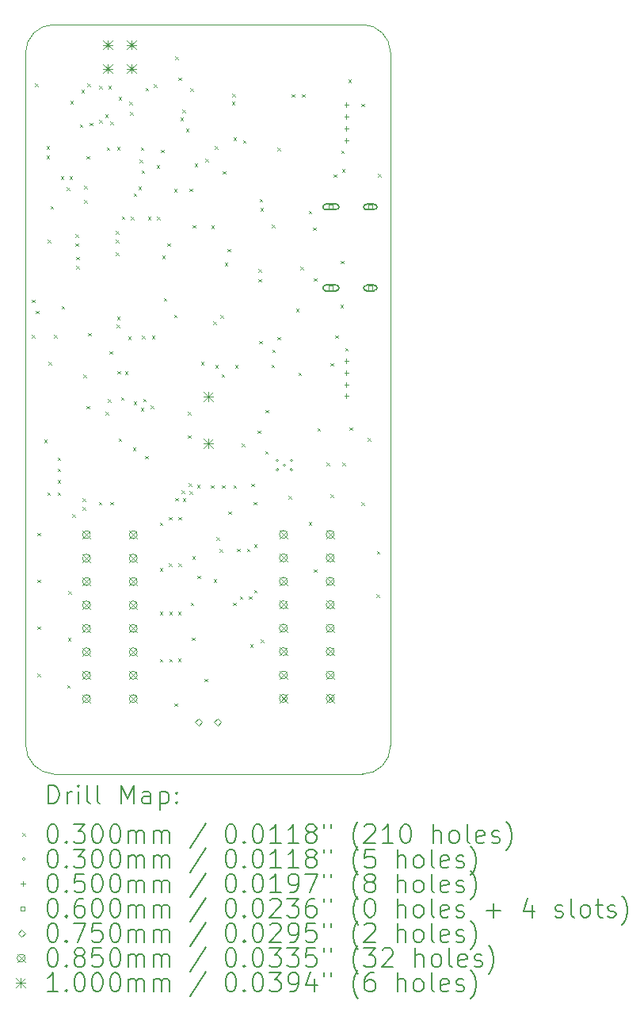
<source format=gbr>
%TF.GenerationSoftware,KiCad,Pcbnew,7.0.2-0*%
%TF.CreationDate,2023-10-14T02:00:25-05:00*%
%TF.ProjectId,Flight Computer,466c6967-6874-4204-936f-6d7075746572,1.1*%
%TF.SameCoordinates,Original*%
%TF.FileFunction,Drillmap*%
%TF.FilePolarity,Positive*%
%FSLAX45Y45*%
G04 Gerber Fmt 4.5, Leading zero omitted, Abs format (unit mm)*
G04 Created by KiCad (PCBNEW 7.0.2-0) date 2023-10-14 02:00:25*
%MOMM*%
%LPD*%
G01*
G04 APERTURE LIST*
%ADD10C,0.100000*%
%ADD11C,0.200000*%
%ADD12C,0.030000*%
%ADD13C,0.050000*%
%ADD14C,0.060000*%
%ADD15C,0.075000*%
%ADD16C,0.085000*%
G04 APERTURE END LIST*
D10*
X17180000Y-6651250D02*
G75*
G03*
X16880000Y-6351250I-300000J0D01*
G01*
X13580000Y-6351250D02*
G75*
G03*
X13280000Y-6651250I0J-300000D01*
G01*
X16880000Y-6351250D02*
X13580000Y-6351250D01*
X16880000Y-14351250D02*
G75*
G03*
X17180000Y-14051250I0J300000D01*
G01*
X13279764Y-14039118D02*
G75*
G03*
X13580000Y-14351250I312366J-2D01*
G01*
X13580000Y-14351250D02*
X16880000Y-14351250D01*
X17180000Y-14051250D02*
X17180000Y-6651250D01*
X13280000Y-6651250D02*
X13279764Y-14039118D01*
D11*
D12*
X13345000Y-9286250D02*
X13375000Y-9316250D01*
X13375000Y-9286250D02*
X13345000Y-9316250D01*
X13347000Y-9665000D02*
X13377000Y-9695000D01*
X13377000Y-9665000D02*
X13347000Y-9695000D01*
X13380000Y-6980000D02*
X13410000Y-7010000D01*
X13410000Y-6980000D02*
X13380000Y-7010000D01*
X13390000Y-9406250D02*
X13420000Y-9436250D01*
X13420000Y-9406250D02*
X13390000Y-9436250D01*
X13407500Y-11778000D02*
X13437500Y-11808000D01*
X13437500Y-11778000D02*
X13407500Y-11808000D01*
X13407500Y-12277000D02*
X13437500Y-12307000D01*
X13437500Y-12277000D02*
X13407500Y-12307000D01*
X13407500Y-12777000D02*
X13437500Y-12807000D01*
X13437500Y-12777000D02*
X13407500Y-12807000D01*
X13407500Y-13278000D02*
X13437500Y-13308000D01*
X13437500Y-13278000D02*
X13407500Y-13308000D01*
X13478969Y-10781769D02*
X13508969Y-10811769D01*
X13508969Y-10781769D02*
X13478969Y-10811769D01*
X13505000Y-7650000D02*
X13535000Y-7680000D01*
X13535000Y-7650000D02*
X13505000Y-7680000D01*
X13505000Y-7750000D02*
X13535000Y-7780000D01*
X13535000Y-7750000D02*
X13505000Y-7780000D01*
X13510000Y-11345000D02*
X13540000Y-11375000D01*
X13540000Y-11345000D02*
X13510000Y-11375000D01*
X13518000Y-8648250D02*
X13548000Y-8678250D01*
X13548000Y-8648250D02*
X13518000Y-8678250D01*
X13525000Y-9950000D02*
X13555000Y-9980000D01*
X13555000Y-9950000D02*
X13525000Y-9980000D01*
X13543877Y-8286123D02*
X13573877Y-8316123D01*
X13573877Y-8286123D02*
X13543877Y-8316123D01*
X13582000Y-9665000D02*
X13612000Y-9695000D01*
X13612000Y-9665000D02*
X13582000Y-9695000D01*
X13620000Y-10970000D02*
X13650000Y-11000000D01*
X13650000Y-10970000D02*
X13620000Y-11000000D01*
X13620000Y-11090000D02*
X13650000Y-11120000D01*
X13650000Y-11090000D02*
X13620000Y-11120000D01*
X13620000Y-11215000D02*
X13650000Y-11245000D01*
X13650000Y-11215000D02*
X13620000Y-11245000D01*
X13620000Y-11345000D02*
X13650000Y-11375000D01*
X13650000Y-11345000D02*
X13620000Y-11375000D01*
X13657000Y-7970000D02*
X13687000Y-8000000D01*
X13687000Y-7970000D02*
X13657000Y-8000000D01*
X13665000Y-9356250D02*
X13695000Y-9386250D01*
X13695000Y-9356250D02*
X13665000Y-9386250D01*
X13720000Y-8090000D02*
X13750000Y-8120000D01*
X13750000Y-8090000D02*
X13720000Y-8120000D01*
X13725000Y-13400000D02*
X13755000Y-13430000D01*
X13755000Y-13400000D02*
X13725000Y-13430000D01*
X13730000Y-12896250D02*
X13760000Y-12926250D01*
X13760000Y-12896250D02*
X13730000Y-12926250D01*
X13735000Y-12400000D02*
X13765000Y-12430000D01*
X13765000Y-12400000D02*
X13735000Y-12430000D01*
X13750000Y-7970000D02*
X13780000Y-8000000D01*
X13780000Y-7970000D02*
X13750000Y-8000000D01*
X13755658Y-7165658D02*
X13785658Y-7195658D01*
X13785658Y-7165658D02*
X13755658Y-7195658D01*
X13780000Y-11575000D02*
X13810000Y-11605000D01*
X13810000Y-11575000D02*
X13780000Y-11605000D01*
X13810000Y-8588250D02*
X13840000Y-8618250D01*
X13840000Y-8588250D02*
X13810000Y-8618250D01*
X13810000Y-8684250D02*
X13840000Y-8714250D01*
X13840000Y-8684250D02*
X13810000Y-8714250D01*
X13820000Y-8830000D02*
X13850000Y-8860000D01*
X13850000Y-8830000D02*
X13820000Y-8860000D01*
X13820000Y-8926750D02*
X13850000Y-8956750D01*
X13850000Y-8926750D02*
X13820000Y-8956750D01*
X13860000Y-7415000D02*
X13890000Y-7445000D01*
X13890000Y-7415000D02*
X13860000Y-7445000D01*
X13875883Y-7045433D02*
X13905883Y-7075433D01*
X13905883Y-7045433D02*
X13875883Y-7075433D01*
X13890000Y-11410000D02*
X13920000Y-11440000D01*
X13920000Y-11410000D02*
X13890000Y-11440000D01*
X13890000Y-11500000D02*
X13920000Y-11530000D01*
X13920000Y-11500000D02*
X13890000Y-11530000D01*
X13897500Y-10087500D02*
X13927500Y-10117500D01*
X13927500Y-10087500D02*
X13897500Y-10117500D01*
X13905000Y-8072500D02*
X13935000Y-8102500D01*
X13935000Y-8072500D02*
X13905000Y-8102500D01*
X13905000Y-8225000D02*
X13935000Y-8255000D01*
X13935000Y-8225000D02*
X13905000Y-8255000D01*
X13930000Y-7755000D02*
X13960000Y-7785000D01*
X13960000Y-7755000D02*
X13930000Y-7785000D01*
X13930000Y-10420000D02*
X13960000Y-10450000D01*
X13960000Y-10420000D02*
X13930000Y-10450000D01*
X13940658Y-6980658D02*
X13970658Y-7010658D01*
X13970658Y-6980658D02*
X13940658Y-7010658D01*
X13949598Y-9641630D02*
X13979598Y-9671630D01*
X13979598Y-9641630D02*
X13949598Y-9671630D01*
X13965000Y-7400000D02*
X13995000Y-7430000D01*
X13995000Y-7400000D02*
X13965000Y-7430000D01*
X14060000Y-11446250D02*
X14090000Y-11476250D01*
X14090000Y-11446250D02*
X14060000Y-11476250D01*
X14065354Y-7368412D02*
X14095354Y-7398412D01*
X14095354Y-7368412D02*
X14065354Y-7398412D01*
X14067000Y-7006950D02*
X14097000Y-7036950D01*
X14097000Y-7006950D02*
X14067000Y-7036950D01*
X14130776Y-7312282D02*
X14160776Y-7342282D01*
X14160776Y-7312282D02*
X14130776Y-7342282D01*
X14131787Y-10486787D02*
X14161787Y-10516787D01*
X14161787Y-10486787D02*
X14131787Y-10516787D01*
X14145498Y-7659502D02*
X14175498Y-7689502D01*
X14175498Y-7659502D02*
X14145498Y-7689502D01*
X14157500Y-10347500D02*
X14187500Y-10377500D01*
X14187500Y-10347500D02*
X14157500Y-10377500D01*
X14163000Y-7006950D02*
X14193000Y-7036950D01*
X14193000Y-7006950D02*
X14163000Y-7036950D01*
X14175795Y-9839205D02*
X14205795Y-9869205D01*
X14205795Y-9839205D02*
X14175795Y-9869205D01*
X14185000Y-7385000D02*
X14215000Y-7415000D01*
X14215000Y-7385000D02*
X14185000Y-7415000D01*
X14185000Y-11446250D02*
X14215000Y-11476250D01*
X14215000Y-11446250D02*
X14185000Y-11476250D01*
X14244069Y-8556736D02*
X14274069Y-8586736D01*
X14274069Y-8556736D02*
X14244069Y-8586736D01*
X14244817Y-8785000D02*
X14274817Y-8815000D01*
X14274817Y-8785000D02*
X14244817Y-8815000D01*
X14245266Y-8646678D02*
X14275266Y-8676678D01*
X14275266Y-8646678D02*
X14245266Y-8676678D01*
X14254549Y-9553958D02*
X14284549Y-9583958D01*
X14284549Y-9553958D02*
X14254549Y-9583958D01*
X14255000Y-7655000D02*
X14285000Y-7685000D01*
X14285000Y-7655000D02*
X14255000Y-7685000D01*
X14255060Y-9470000D02*
X14285060Y-9500000D01*
X14285060Y-9470000D02*
X14255060Y-9500000D01*
X14260000Y-10050000D02*
X14290000Y-10080000D01*
X14290000Y-10050000D02*
X14260000Y-10080000D01*
X14274594Y-7125050D02*
X14304594Y-7155050D01*
X14304594Y-7125050D02*
X14274594Y-7155050D01*
X14275000Y-10770000D02*
X14305000Y-10800000D01*
X14305000Y-10770000D02*
X14275000Y-10800000D01*
X14300000Y-10330000D02*
X14330000Y-10360000D01*
X14330000Y-10330000D02*
X14300000Y-10360000D01*
X14308708Y-8399738D02*
X14338708Y-8429738D01*
X14338708Y-8399738D02*
X14308708Y-8429738D01*
X14342673Y-10052327D02*
X14372673Y-10082327D01*
X14372673Y-10052327D02*
X14342673Y-10082327D01*
X14374897Y-9682860D02*
X14404897Y-9712860D01*
X14404897Y-9682860D02*
X14374897Y-9712860D01*
X14390000Y-7176250D02*
X14420000Y-7206250D01*
X14420000Y-7176250D02*
X14390000Y-7206250D01*
X14395000Y-7286250D02*
X14425000Y-7316250D01*
X14425000Y-7286250D02*
X14395000Y-7316250D01*
X14403000Y-8400000D02*
X14433000Y-8430000D01*
X14433000Y-8400000D02*
X14403000Y-8430000D01*
X14425000Y-10865000D02*
X14455000Y-10895000D01*
X14455000Y-10865000D02*
X14425000Y-10895000D01*
X14435000Y-8152000D02*
X14465000Y-8182000D01*
X14465000Y-8152000D02*
X14435000Y-8182000D01*
X14435183Y-10372795D02*
X14465183Y-10402795D01*
X14465183Y-10372795D02*
X14435183Y-10402795D01*
X14485000Y-8082750D02*
X14515000Y-8112750D01*
X14515000Y-8082750D02*
X14485000Y-8112750D01*
X14500000Y-7791200D02*
X14530000Y-7821200D01*
X14530000Y-7791200D02*
X14500000Y-7821200D01*
X14510000Y-7662450D02*
X14540000Y-7692450D01*
X14540000Y-7662450D02*
X14510000Y-7692450D01*
X14511939Y-10444743D02*
X14541939Y-10474743D01*
X14541939Y-10444743D02*
X14511939Y-10474743D01*
X14519538Y-7906712D02*
X14549538Y-7936712D01*
X14549538Y-7906712D02*
X14519538Y-7936712D01*
X14523969Y-9673900D02*
X14553969Y-9703900D01*
X14553969Y-9673900D02*
X14523969Y-9703900D01*
X14537500Y-10344500D02*
X14567500Y-10374500D01*
X14567500Y-10344500D02*
X14537500Y-10374500D01*
X14555000Y-10955000D02*
X14585000Y-10985000D01*
X14585000Y-10955000D02*
X14555000Y-10985000D01*
X14562000Y-7028000D02*
X14592000Y-7058000D01*
X14592000Y-7028000D02*
X14562000Y-7058000D01*
X14587550Y-8400000D02*
X14617550Y-8430000D01*
X14617550Y-8400000D02*
X14587550Y-8430000D01*
X14615500Y-10415500D02*
X14645500Y-10445500D01*
X14645500Y-10415500D02*
X14615500Y-10445500D01*
X14630824Y-9673800D02*
X14660824Y-9703800D01*
X14660824Y-9673800D02*
X14630824Y-9703800D01*
X14650250Y-6988000D02*
X14680250Y-7018000D01*
X14680250Y-6988000D02*
X14650250Y-7018000D01*
X14680000Y-7852245D02*
X14710000Y-7882245D01*
X14710000Y-7852245D02*
X14680000Y-7882245D01*
X14682395Y-8399950D02*
X14712395Y-8429950D01*
X14712395Y-8399950D02*
X14682395Y-8429950D01*
X14715000Y-11665000D02*
X14745000Y-11695000D01*
X14745000Y-11665000D02*
X14715000Y-11695000D01*
X14715000Y-12155000D02*
X14745000Y-12185000D01*
X14745000Y-12155000D02*
X14715000Y-12185000D01*
X14715000Y-12620000D02*
X14745000Y-12650000D01*
X14745000Y-12620000D02*
X14715000Y-12650000D01*
X14715000Y-13121250D02*
X14745000Y-13151250D01*
X14745000Y-13121250D02*
X14715000Y-13151250D01*
X14725449Y-7685000D02*
X14755449Y-7715000D01*
X14755449Y-7685000D02*
X14725449Y-7715000D01*
X14740000Y-8816250D02*
X14770000Y-8846250D01*
X14770000Y-8816250D02*
X14740000Y-8846250D01*
X14755000Y-9271250D02*
X14785000Y-9301250D01*
X14785000Y-9271250D02*
X14755000Y-9301250D01*
X14794966Y-8686967D02*
X14824966Y-8716967D01*
X14824966Y-8686967D02*
X14794966Y-8716967D01*
X14810000Y-11605000D02*
X14840000Y-11635000D01*
X14840000Y-11605000D02*
X14810000Y-11635000D01*
X14810000Y-12100000D02*
X14840000Y-12130000D01*
X14840000Y-12100000D02*
X14810000Y-12130000D01*
X14815000Y-12620000D02*
X14845000Y-12650000D01*
X14845000Y-12620000D02*
X14815000Y-12650000D01*
X14815000Y-13121250D02*
X14845000Y-13151250D01*
X14845000Y-13121250D02*
X14815000Y-13151250D01*
X14865000Y-8105000D02*
X14895000Y-8135000D01*
X14895000Y-8105000D02*
X14865000Y-8135000D01*
X14865000Y-9446250D02*
X14895000Y-9476250D01*
X14895000Y-9446250D02*
X14865000Y-9476250D01*
X14870000Y-13595000D02*
X14900000Y-13625000D01*
X14900000Y-13595000D02*
X14870000Y-13625000D01*
X14877500Y-6692500D02*
X14907500Y-6722500D01*
X14907500Y-6692500D02*
X14877500Y-6722500D01*
X14880539Y-11403807D02*
X14910539Y-11433807D01*
X14910539Y-11403807D02*
X14880539Y-11433807D01*
X14910000Y-12620000D02*
X14940000Y-12650000D01*
X14940000Y-12620000D02*
X14910000Y-12650000D01*
X14910000Y-13120000D02*
X14940000Y-13150000D01*
X14940000Y-13120000D02*
X14910000Y-13150000D01*
X14915000Y-6915000D02*
X14945000Y-6945000D01*
X14945000Y-6915000D02*
X14915000Y-6945000D01*
X14915000Y-11605000D02*
X14945000Y-11635000D01*
X14945000Y-11605000D02*
X14915000Y-11635000D01*
X14915000Y-12101250D02*
X14945000Y-12131250D01*
X14945000Y-12101250D02*
X14915000Y-12131250D01*
X14935000Y-7345000D02*
X14965000Y-7375000D01*
X14965000Y-7345000D02*
X14935000Y-7375000D01*
X14947139Y-11321773D02*
X14977139Y-11351773D01*
X14977139Y-11321773D02*
X14947139Y-11351773D01*
X14954000Y-7261000D02*
X14984000Y-7291000D01*
X14984000Y-7261000D02*
X14954000Y-7291000D01*
X14961060Y-11410011D02*
X14991060Y-11440011D01*
X14991060Y-11410011D02*
X14961060Y-11440011D01*
X14991621Y-7462574D02*
X15021621Y-7492574D01*
X15021621Y-7462574D02*
X14991621Y-7492574D01*
X15015000Y-10486250D02*
X15045000Y-10516250D01*
X15045000Y-10486250D02*
X15015000Y-10516250D01*
X15015000Y-10736250D02*
X15045000Y-10766250D01*
X15045000Y-10736250D02*
X15015000Y-10766250D01*
X15023103Y-11248420D02*
X15053103Y-11278420D01*
X15053103Y-11248420D02*
X15023103Y-11278420D01*
X15032450Y-8103100D02*
X15062450Y-8133100D01*
X15062450Y-8103100D02*
X15032450Y-8133100D01*
X15033189Y-11333506D02*
X15063189Y-11363506D01*
X15063189Y-11333506D02*
X15033189Y-11363506D01*
X15040000Y-7030000D02*
X15070000Y-7060000D01*
X15070000Y-7030000D02*
X15040000Y-7060000D01*
X15045000Y-12520000D02*
X15075000Y-12550000D01*
X15075000Y-12520000D02*
X15045000Y-12550000D01*
X15055000Y-12895000D02*
X15085000Y-12925000D01*
X15085000Y-12895000D02*
X15055000Y-12925000D01*
X15060000Y-12025000D02*
X15090000Y-12055000D01*
X15090000Y-12025000D02*
X15060000Y-12055000D01*
X15064236Y-8492014D02*
X15094236Y-8522014D01*
X15094236Y-8492014D02*
X15064236Y-8522014D01*
X15085000Y-7835000D02*
X15115000Y-7865000D01*
X15115000Y-7835000D02*
X15085000Y-7865000D01*
X15111030Y-11262000D02*
X15141030Y-11292000D01*
X15141030Y-11262000D02*
X15111030Y-11292000D01*
X15115000Y-12235000D02*
X15145000Y-12265000D01*
X15145000Y-12235000D02*
X15115000Y-12265000D01*
X15155000Y-9952000D02*
X15185000Y-9982000D01*
X15185000Y-9952000D02*
X15155000Y-9982000D01*
X15190000Y-13335000D02*
X15220000Y-13365000D01*
X15220000Y-13335000D02*
X15190000Y-13365000D01*
X15200000Y-7783800D02*
X15230000Y-7813800D01*
X15230000Y-7783800D02*
X15200000Y-7813800D01*
X15260000Y-11266250D02*
X15290000Y-11296250D01*
X15290000Y-11266250D02*
X15260000Y-11296250D01*
X15265000Y-8496200D02*
X15295000Y-8526200D01*
X15295000Y-8496200D02*
X15265000Y-8526200D01*
X15285000Y-9521300D02*
X15315000Y-9551300D01*
X15315000Y-9521300D02*
X15285000Y-9551300D01*
X15290000Y-12270000D02*
X15320000Y-12300000D01*
X15320000Y-12270000D02*
X15290000Y-12300000D01*
X15301050Y-7647000D02*
X15331050Y-7677000D01*
X15331050Y-7647000D02*
X15301050Y-7677000D01*
X15305042Y-9985000D02*
X15335042Y-10015000D01*
X15335042Y-9985000D02*
X15305042Y-10015000D01*
X15320000Y-11825000D02*
X15350000Y-11855000D01*
X15350000Y-11825000D02*
X15320000Y-11855000D01*
X15355000Y-11950000D02*
X15385000Y-11980000D01*
X15385000Y-11950000D02*
X15355000Y-11980000D01*
X15360000Y-9451350D02*
X15390000Y-9481350D01*
X15390000Y-9451350D02*
X15360000Y-9481350D01*
X15374000Y-10084000D02*
X15404000Y-10114000D01*
X15404000Y-10084000D02*
X15374000Y-10114000D01*
X15380000Y-11266250D02*
X15410000Y-11296250D01*
X15410000Y-11266250D02*
X15380000Y-11296250D01*
X15385000Y-7915000D02*
X15415000Y-7945000D01*
X15415000Y-7915000D02*
X15385000Y-7945000D01*
X15408700Y-8893550D02*
X15438700Y-8923550D01*
X15438700Y-8893550D02*
X15408700Y-8923550D01*
X15436000Y-8744250D02*
X15466000Y-8774250D01*
X15466000Y-8744250D02*
X15436000Y-8774250D01*
X15445000Y-11546250D02*
X15475000Y-11576250D01*
X15475000Y-11546250D02*
X15445000Y-11576250D01*
X15485000Y-7174000D02*
X15515000Y-7204000D01*
X15515000Y-7174000D02*
X15485000Y-7204000D01*
X15487841Y-7087841D02*
X15517841Y-7117841D01*
X15517841Y-7087841D02*
X15487841Y-7117841D01*
X15495000Y-12520000D02*
X15525000Y-12550000D01*
X15525000Y-12520000D02*
X15495000Y-12550000D01*
X15500000Y-11266250D02*
X15530000Y-11296250D01*
X15530000Y-11266250D02*
X15500000Y-11296250D01*
X15502000Y-7555000D02*
X15532000Y-7585000D01*
X15532000Y-7555000D02*
X15502000Y-7585000D01*
X15516250Y-9985000D02*
X15546250Y-10015000D01*
X15546250Y-9985000D02*
X15516250Y-10015000D01*
X15540000Y-11946250D02*
X15570000Y-11976250D01*
X15570000Y-11946250D02*
X15540000Y-11976250D01*
X15570000Y-12455000D02*
X15600000Y-12485000D01*
X15600000Y-12455000D02*
X15570000Y-12485000D01*
X15590000Y-10825000D02*
X15620000Y-10855000D01*
X15620000Y-10825000D02*
X15590000Y-10855000D01*
X15601000Y-7585000D02*
X15631000Y-7615000D01*
X15631000Y-7585000D02*
X15601000Y-7615000D01*
X15645000Y-11946250D02*
X15675000Y-11976250D01*
X15675000Y-11946250D02*
X15645000Y-11976250D01*
X15665000Y-12454000D02*
X15695000Y-12484000D01*
X15695000Y-12454000D02*
X15665000Y-12484000D01*
X15678250Y-12968000D02*
X15708250Y-12998000D01*
X15708250Y-12968000D02*
X15678250Y-12998000D01*
X15690000Y-11251250D02*
X15720000Y-11281250D01*
X15720000Y-11251250D02*
X15690000Y-11281250D01*
X15715000Y-11445000D02*
X15745000Y-11475000D01*
X15745000Y-11445000D02*
X15715000Y-11475000D01*
X15720000Y-11900000D02*
X15750000Y-11930000D01*
X15750000Y-11900000D02*
X15720000Y-11930000D01*
X15720000Y-12385000D02*
X15750000Y-12415000D01*
X15750000Y-12385000D02*
X15720000Y-12415000D01*
X15760000Y-10685000D02*
X15790000Y-10715000D01*
X15790000Y-10685000D02*
X15760000Y-10715000D01*
X15768800Y-8963000D02*
X15798800Y-8993000D01*
X15798800Y-8963000D02*
X15768800Y-8993000D01*
X15768800Y-9068000D02*
X15798800Y-9098000D01*
X15798800Y-9068000D02*
X15768800Y-9098000D01*
X15775000Y-9726250D02*
X15805000Y-9756250D01*
X15805000Y-9726250D02*
X15775000Y-9756250D01*
X15780000Y-8211250D02*
X15810000Y-8241250D01*
X15810000Y-8211250D02*
X15780000Y-8241250D01*
X15790000Y-8311250D02*
X15820000Y-8341250D01*
X15820000Y-8311250D02*
X15790000Y-8341250D01*
X15792500Y-12913750D02*
X15822500Y-12943750D01*
X15822500Y-12913750D02*
X15792500Y-12943750D01*
X15839277Y-10902615D02*
X15869277Y-10932615D01*
X15869277Y-10902615D02*
X15839277Y-10932615D01*
X15846092Y-10463908D02*
X15876092Y-10493908D01*
X15876092Y-10463908D02*
X15846092Y-10493908D01*
X15906250Y-9981250D02*
X15936250Y-10011250D01*
X15936250Y-9981250D02*
X15906250Y-10011250D01*
X15913874Y-8486300D02*
X15943874Y-8516300D01*
X15943874Y-8486300D02*
X15913874Y-8516300D01*
X15915000Y-9821250D02*
X15945000Y-9851250D01*
X15945000Y-9821250D02*
X15915000Y-9851250D01*
X15970000Y-9686250D02*
X16000000Y-9716250D01*
X16000000Y-9686250D02*
X15970000Y-9716250D01*
X15972000Y-7667250D02*
X16002000Y-7697250D01*
X16002000Y-7667250D02*
X15972000Y-7697250D01*
X16089000Y-11384000D02*
X16119000Y-11414000D01*
X16119000Y-11384000D02*
X16089000Y-11414000D01*
X16125000Y-7095000D02*
X16155000Y-7125000D01*
X16155000Y-7095000D02*
X16125000Y-7125000D01*
X16170000Y-9386250D02*
X16200000Y-9416250D01*
X16200000Y-9386250D02*
X16170000Y-9416250D01*
X16195000Y-10066250D02*
X16225000Y-10096250D01*
X16225000Y-10066250D02*
X16195000Y-10096250D01*
X16216538Y-8935462D02*
X16246538Y-8965462D01*
X16246538Y-8935462D02*
X16216538Y-8965462D01*
X16234000Y-7095000D02*
X16264000Y-7125000D01*
X16264000Y-7095000D02*
X16234000Y-7125000D01*
X16307000Y-8339000D02*
X16337000Y-8369000D01*
X16337000Y-8339000D02*
X16307000Y-8369000D01*
X16307450Y-11663750D02*
X16337450Y-11693750D01*
X16337450Y-11663750D02*
X16307450Y-11693750D01*
X16353060Y-8514762D02*
X16383060Y-8544762D01*
X16383060Y-8514762D02*
X16353060Y-8544762D01*
X16360000Y-9060000D02*
X16390000Y-9090000D01*
X16390000Y-9060000D02*
X16360000Y-9090000D01*
X16360000Y-12163750D02*
X16390000Y-12193750D01*
X16390000Y-12163750D02*
X16360000Y-12193750D01*
X16398125Y-10658125D02*
X16428125Y-10688125D01*
X16428125Y-10658125D02*
X16398125Y-10688125D01*
X16495000Y-11026250D02*
X16525000Y-11056250D01*
X16525000Y-11026250D02*
X16495000Y-11056250D01*
X16537450Y-9964000D02*
X16567450Y-9994000D01*
X16567450Y-9964000D02*
X16537450Y-9994000D01*
X16540000Y-11366250D02*
X16570000Y-11396250D01*
X16570000Y-11366250D02*
X16540000Y-11396250D01*
X16570500Y-7950000D02*
X16600500Y-7980000D01*
X16600500Y-7950000D02*
X16570500Y-7980000D01*
X16590000Y-9666250D02*
X16620000Y-9696250D01*
X16620000Y-9666250D02*
X16590000Y-9696250D01*
X16645050Y-9343805D02*
X16675050Y-9373805D01*
X16675050Y-9343805D02*
X16645050Y-9373805D01*
X16650050Y-8871250D02*
X16680050Y-8901250D01*
X16680050Y-8871250D02*
X16650050Y-8901250D01*
X16654000Y-7694000D02*
X16684000Y-7724000D01*
X16684000Y-7694000D02*
X16654000Y-7724000D01*
X16660050Y-7896250D02*
X16690050Y-7926250D01*
X16690050Y-7896250D02*
X16660050Y-7926250D01*
X16665000Y-11025000D02*
X16695000Y-11055000D01*
X16695000Y-11025000D02*
X16665000Y-11055000D01*
X16694000Y-9802000D02*
X16724000Y-9832000D01*
X16724000Y-9802000D02*
X16694000Y-9832000D01*
X16730000Y-6936250D02*
X16760000Y-6966250D01*
X16760000Y-6936250D02*
X16730000Y-6966250D01*
X16740000Y-10650000D02*
X16770000Y-10680000D01*
X16770000Y-10650000D02*
X16740000Y-10680000D01*
X16869000Y-7194000D02*
X16899000Y-7224000D01*
X16899000Y-7194000D02*
X16869000Y-7224000D01*
X16870000Y-11451250D02*
X16900000Y-11481250D01*
X16900000Y-11451250D02*
X16870000Y-11481250D01*
X16935000Y-10766250D02*
X16965000Y-10796250D01*
X16965000Y-10766250D02*
X16935000Y-10796250D01*
X17027500Y-12432500D02*
X17057500Y-12462500D01*
X17057500Y-12432500D02*
X17027500Y-12462500D01*
X17035000Y-11970000D02*
X17065000Y-12000000D01*
X17065000Y-11970000D02*
X17035000Y-12000000D01*
X17045500Y-7945000D02*
X17075500Y-7975000D01*
X17075500Y-7945000D02*
X17045500Y-7975000D01*
X15985000Y-11003750D02*
G75*
G03*
X15985000Y-11003750I-15000J0D01*
G01*
X15985000Y-11103750D02*
G75*
G03*
X15985000Y-11103750I-15000J0D01*
G01*
X16060000Y-11053750D02*
G75*
G03*
X16060000Y-11053750I-15000J0D01*
G01*
X16135000Y-11003750D02*
G75*
G03*
X16135000Y-11003750I-15000J0D01*
G01*
X16135000Y-11103750D02*
G75*
G03*
X16135000Y-11103750I-15000J0D01*
G01*
D13*
X16710000Y-7183750D02*
X16710000Y-7233750D01*
X16685000Y-7208750D02*
X16735000Y-7208750D01*
X16710000Y-7308750D02*
X16710000Y-7358750D01*
X16685000Y-7333750D02*
X16735000Y-7333750D01*
X16710000Y-7433750D02*
X16710000Y-7483750D01*
X16685000Y-7458750D02*
X16735000Y-7458750D01*
X16710000Y-7558750D02*
X16710000Y-7608750D01*
X16685000Y-7583750D02*
X16735000Y-7583750D01*
X16710000Y-9917500D02*
X16710000Y-9967500D01*
X16685000Y-9942500D02*
X16735000Y-9942500D01*
X16710000Y-10042500D02*
X16710000Y-10092500D01*
X16685000Y-10067500D02*
X16735000Y-10067500D01*
X16710000Y-10167500D02*
X16710000Y-10217500D01*
X16685000Y-10192500D02*
X16735000Y-10192500D01*
X16710000Y-10292500D02*
X16710000Y-10342500D01*
X16685000Y-10317500D02*
X16735000Y-10317500D01*
D14*
X16565213Y-8319463D02*
X16565213Y-8277037D01*
X16522787Y-8277037D01*
X16522787Y-8319463D01*
X16565213Y-8319463D01*
D11*
X16489000Y-8328250D02*
X16599000Y-8328250D01*
X16599000Y-8328250D02*
G75*
G03*
X16599000Y-8268250I0J30000D01*
G01*
X16599000Y-8268250D02*
X16489000Y-8268250D01*
X16489000Y-8268250D02*
G75*
G03*
X16489000Y-8328250I0J-30000D01*
G01*
D14*
X16565213Y-9183463D02*
X16565213Y-9141037D01*
X16522787Y-9141037D01*
X16522787Y-9183463D01*
X16565213Y-9183463D01*
D11*
X16489000Y-9192250D02*
X16599000Y-9192250D01*
X16599000Y-9192250D02*
G75*
G03*
X16599000Y-9132250I0J30000D01*
G01*
X16599000Y-9132250D02*
X16489000Y-9132250D01*
X16489000Y-9132250D02*
G75*
G03*
X16489000Y-9192250I0J-30000D01*
G01*
D14*
X16985213Y-8319463D02*
X16985213Y-8277037D01*
X16942787Y-8277037D01*
X16942787Y-8319463D01*
X16985213Y-8319463D01*
D11*
X16924000Y-8328250D02*
X17004000Y-8328250D01*
X17004000Y-8328250D02*
G75*
G03*
X17004000Y-8268250I0J30000D01*
G01*
X17004000Y-8268250D02*
X16924000Y-8268250D01*
X16924000Y-8268250D02*
G75*
G03*
X16924000Y-8328250I0J-30000D01*
G01*
D14*
X16985213Y-9183463D02*
X16985213Y-9141037D01*
X16942787Y-9141037D01*
X16942787Y-9183463D01*
X16985213Y-9183463D01*
D11*
X16924000Y-9192250D02*
X17004000Y-9192250D01*
X17004000Y-9192250D02*
G75*
G03*
X17004000Y-9132250I0J30000D01*
G01*
X17004000Y-9132250D02*
X16924000Y-9132250D01*
X16924000Y-9132250D02*
G75*
G03*
X16924000Y-9192250I0J-30000D01*
G01*
D15*
X15130000Y-13832500D02*
X15167500Y-13795000D01*
X15130000Y-13757500D01*
X15092500Y-13795000D01*
X15130000Y-13832500D01*
X15330000Y-13832500D02*
X15367500Y-13795000D01*
X15330000Y-13757500D01*
X15292500Y-13795000D01*
X15330000Y-13832500D01*
D16*
X13887500Y-11753750D02*
X13972500Y-11838750D01*
X13972500Y-11753750D02*
X13887500Y-11838750D01*
X13972500Y-11796250D02*
G75*
G03*
X13972500Y-11796250I-42500J0D01*
G01*
X13887500Y-12003750D02*
X13972500Y-12088750D01*
X13972500Y-12003750D02*
X13887500Y-12088750D01*
X13972500Y-12046250D02*
G75*
G03*
X13972500Y-12046250I-42500J0D01*
G01*
X13887500Y-12253750D02*
X13972500Y-12338750D01*
X13972500Y-12253750D02*
X13887500Y-12338750D01*
X13972500Y-12296250D02*
G75*
G03*
X13972500Y-12296250I-42500J0D01*
G01*
X13887500Y-12503750D02*
X13972500Y-12588750D01*
X13972500Y-12503750D02*
X13887500Y-12588750D01*
X13972500Y-12546250D02*
G75*
G03*
X13972500Y-12546250I-42500J0D01*
G01*
X13887500Y-12753750D02*
X13972500Y-12838750D01*
X13972500Y-12753750D02*
X13887500Y-12838750D01*
X13972500Y-12796250D02*
G75*
G03*
X13972500Y-12796250I-42500J0D01*
G01*
X13887500Y-13003750D02*
X13972500Y-13088750D01*
X13972500Y-13003750D02*
X13887500Y-13088750D01*
X13972500Y-13046250D02*
G75*
G03*
X13972500Y-13046250I-42500J0D01*
G01*
X13887500Y-13253750D02*
X13972500Y-13338750D01*
X13972500Y-13253750D02*
X13887500Y-13338750D01*
X13972500Y-13296250D02*
G75*
G03*
X13972500Y-13296250I-42500J0D01*
G01*
X13887500Y-13503750D02*
X13972500Y-13588750D01*
X13972500Y-13503750D02*
X13887500Y-13588750D01*
X13972500Y-13546250D02*
G75*
G03*
X13972500Y-13546250I-42500J0D01*
G01*
X14387500Y-11753750D02*
X14472500Y-11838750D01*
X14472500Y-11753750D02*
X14387500Y-11838750D01*
X14472500Y-11796250D02*
G75*
G03*
X14472500Y-11796250I-42500J0D01*
G01*
X14387500Y-12003750D02*
X14472500Y-12088750D01*
X14472500Y-12003750D02*
X14387500Y-12088750D01*
X14472500Y-12046250D02*
G75*
G03*
X14472500Y-12046250I-42500J0D01*
G01*
X14387500Y-12253750D02*
X14472500Y-12338750D01*
X14472500Y-12253750D02*
X14387500Y-12338750D01*
X14472500Y-12296250D02*
G75*
G03*
X14472500Y-12296250I-42500J0D01*
G01*
X14387500Y-12503750D02*
X14472500Y-12588750D01*
X14472500Y-12503750D02*
X14387500Y-12588750D01*
X14472500Y-12546250D02*
G75*
G03*
X14472500Y-12546250I-42500J0D01*
G01*
X14387500Y-12753750D02*
X14472500Y-12838750D01*
X14472500Y-12753750D02*
X14387500Y-12838750D01*
X14472500Y-12796250D02*
G75*
G03*
X14472500Y-12796250I-42500J0D01*
G01*
X14387500Y-13003750D02*
X14472500Y-13088750D01*
X14472500Y-13003750D02*
X14387500Y-13088750D01*
X14472500Y-13046250D02*
G75*
G03*
X14472500Y-13046250I-42500J0D01*
G01*
X14387500Y-13253750D02*
X14472500Y-13338750D01*
X14472500Y-13253750D02*
X14387500Y-13338750D01*
X14472500Y-13296250D02*
G75*
G03*
X14472500Y-13296250I-42500J0D01*
G01*
X14387500Y-13503750D02*
X14472500Y-13588750D01*
X14472500Y-13503750D02*
X14387500Y-13588750D01*
X14472500Y-13546250D02*
G75*
G03*
X14472500Y-13546250I-42500J0D01*
G01*
X15992500Y-11751250D02*
X16077500Y-11836250D01*
X16077500Y-11751250D02*
X15992500Y-11836250D01*
X16077500Y-11793750D02*
G75*
G03*
X16077500Y-11793750I-42500J0D01*
G01*
X15992500Y-12001250D02*
X16077500Y-12086250D01*
X16077500Y-12001250D02*
X15992500Y-12086250D01*
X16077500Y-12043750D02*
G75*
G03*
X16077500Y-12043750I-42500J0D01*
G01*
X15992500Y-12251250D02*
X16077500Y-12336250D01*
X16077500Y-12251250D02*
X15992500Y-12336250D01*
X16077500Y-12293750D02*
G75*
G03*
X16077500Y-12293750I-42500J0D01*
G01*
X15992500Y-12501250D02*
X16077500Y-12586250D01*
X16077500Y-12501250D02*
X15992500Y-12586250D01*
X16077500Y-12543750D02*
G75*
G03*
X16077500Y-12543750I-42500J0D01*
G01*
X15992500Y-12751250D02*
X16077500Y-12836250D01*
X16077500Y-12751250D02*
X15992500Y-12836250D01*
X16077500Y-12793750D02*
G75*
G03*
X16077500Y-12793750I-42500J0D01*
G01*
X15992500Y-13001250D02*
X16077500Y-13086250D01*
X16077500Y-13001250D02*
X15992500Y-13086250D01*
X16077500Y-13043750D02*
G75*
G03*
X16077500Y-13043750I-42500J0D01*
G01*
X15992500Y-13251250D02*
X16077500Y-13336250D01*
X16077500Y-13251250D02*
X15992500Y-13336250D01*
X16077500Y-13293750D02*
G75*
G03*
X16077500Y-13293750I-42500J0D01*
G01*
X15992500Y-13501250D02*
X16077500Y-13586250D01*
X16077500Y-13501250D02*
X15992500Y-13586250D01*
X16077500Y-13543750D02*
G75*
G03*
X16077500Y-13543750I-42500J0D01*
G01*
X16492500Y-11751250D02*
X16577500Y-11836250D01*
X16577500Y-11751250D02*
X16492500Y-11836250D01*
X16577500Y-11793750D02*
G75*
G03*
X16577500Y-11793750I-42500J0D01*
G01*
X16492500Y-12001250D02*
X16577500Y-12086250D01*
X16577500Y-12001250D02*
X16492500Y-12086250D01*
X16577500Y-12043750D02*
G75*
G03*
X16577500Y-12043750I-42500J0D01*
G01*
X16492500Y-12251250D02*
X16577500Y-12336250D01*
X16577500Y-12251250D02*
X16492500Y-12336250D01*
X16577500Y-12293750D02*
G75*
G03*
X16577500Y-12293750I-42500J0D01*
G01*
X16492500Y-12501250D02*
X16577500Y-12586250D01*
X16577500Y-12501250D02*
X16492500Y-12586250D01*
X16577500Y-12543750D02*
G75*
G03*
X16577500Y-12543750I-42500J0D01*
G01*
X16492500Y-12751250D02*
X16577500Y-12836250D01*
X16577500Y-12751250D02*
X16492500Y-12836250D01*
X16577500Y-12793750D02*
G75*
G03*
X16577500Y-12793750I-42500J0D01*
G01*
X16492500Y-13001250D02*
X16577500Y-13086250D01*
X16577500Y-13001250D02*
X16492500Y-13086250D01*
X16577500Y-13043750D02*
G75*
G03*
X16577500Y-13043750I-42500J0D01*
G01*
X16492500Y-13251250D02*
X16577500Y-13336250D01*
X16577500Y-13251250D02*
X16492500Y-13336250D01*
X16577500Y-13293750D02*
G75*
G03*
X16577500Y-13293750I-42500J0D01*
G01*
X16492500Y-13501250D02*
X16577500Y-13586250D01*
X16577500Y-13501250D02*
X16492500Y-13586250D01*
X16577500Y-13543750D02*
G75*
G03*
X16577500Y-13543750I-42500J0D01*
G01*
D10*
X14106000Y-6517500D02*
X14206000Y-6617500D01*
X14206000Y-6517500D02*
X14106000Y-6617500D01*
X14156000Y-6517500D02*
X14156000Y-6617500D01*
X14106000Y-6567500D02*
X14206000Y-6567500D01*
X14106000Y-6771500D02*
X14206000Y-6871500D01*
X14206000Y-6771500D02*
X14106000Y-6871500D01*
X14156000Y-6771500D02*
X14156000Y-6871500D01*
X14106000Y-6821500D02*
X14206000Y-6821500D01*
X14360000Y-6517500D02*
X14460000Y-6617500D01*
X14460000Y-6517500D02*
X14360000Y-6617500D01*
X14410000Y-6517500D02*
X14410000Y-6617500D01*
X14360000Y-6567500D02*
X14460000Y-6567500D01*
X14360000Y-6771500D02*
X14460000Y-6871500D01*
X14460000Y-6771500D02*
X14360000Y-6871500D01*
X14410000Y-6771500D02*
X14410000Y-6871500D01*
X14360000Y-6821500D02*
X14460000Y-6821500D01*
X15180000Y-10271250D02*
X15280000Y-10371250D01*
X15280000Y-10271250D02*
X15180000Y-10371250D01*
X15230000Y-10271250D02*
X15230000Y-10371250D01*
X15180000Y-10321250D02*
X15280000Y-10321250D01*
X15180000Y-10771250D02*
X15280000Y-10871250D01*
X15280000Y-10771250D02*
X15180000Y-10871250D01*
X15230000Y-10771250D02*
X15230000Y-10871250D01*
X15180000Y-10821250D02*
X15280000Y-10821250D01*
D11*
X13522383Y-14668774D02*
X13522383Y-14468774D01*
X13522383Y-14468774D02*
X13570002Y-14468774D01*
X13570002Y-14468774D02*
X13598574Y-14478298D01*
X13598574Y-14478298D02*
X13617621Y-14497345D01*
X13617621Y-14497345D02*
X13627145Y-14516393D01*
X13627145Y-14516393D02*
X13636669Y-14554488D01*
X13636669Y-14554488D02*
X13636669Y-14583059D01*
X13636669Y-14583059D02*
X13627145Y-14621155D01*
X13627145Y-14621155D02*
X13617621Y-14640202D01*
X13617621Y-14640202D02*
X13598574Y-14659250D01*
X13598574Y-14659250D02*
X13570002Y-14668774D01*
X13570002Y-14668774D02*
X13522383Y-14668774D01*
X13722383Y-14668774D02*
X13722383Y-14535440D01*
X13722383Y-14573536D02*
X13731907Y-14554488D01*
X13731907Y-14554488D02*
X13741431Y-14544964D01*
X13741431Y-14544964D02*
X13760479Y-14535440D01*
X13760479Y-14535440D02*
X13779526Y-14535440D01*
X13846193Y-14668774D02*
X13846193Y-14535440D01*
X13846193Y-14468774D02*
X13836669Y-14478298D01*
X13836669Y-14478298D02*
X13846193Y-14487821D01*
X13846193Y-14487821D02*
X13855717Y-14478298D01*
X13855717Y-14478298D02*
X13846193Y-14468774D01*
X13846193Y-14468774D02*
X13846193Y-14487821D01*
X13970002Y-14668774D02*
X13950955Y-14659250D01*
X13950955Y-14659250D02*
X13941431Y-14640202D01*
X13941431Y-14640202D02*
X13941431Y-14468774D01*
X14074764Y-14668774D02*
X14055717Y-14659250D01*
X14055717Y-14659250D02*
X14046193Y-14640202D01*
X14046193Y-14640202D02*
X14046193Y-14468774D01*
X14303336Y-14668774D02*
X14303336Y-14468774D01*
X14303336Y-14468774D02*
X14370002Y-14611631D01*
X14370002Y-14611631D02*
X14436669Y-14468774D01*
X14436669Y-14468774D02*
X14436669Y-14668774D01*
X14617621Y-14668774D02*
X14617621Y-14564012D01*
X14617621Y-14564012D02*
X14608098Y-14544964D01*
X14608098Y-14544964D02*
X14589050Y-14535440D01*
X14589050Y-14535440D02*
X14550955Y-14535440D01*
X14550955Y-14535440D02*
X14531907Y-14544964D01*
X14617621Y-14659250D02*
X14598574Y-14668774D01*
X14598574Y-14668774D02*
X14550955Y-14668774D01*
X14550955Y-14668774D02*
X14531907Y-14659250D01*
X14531907Y-14659250D02*
X14522383Y-14640202D01*
X14522383Y-14640202D02*
X14522383Y-14621155D01*
X14522383Y-14621155D02*
X14531907Y-14602107D01*
X14531907Y-14602107D02*
X14550955Y-14592583D01*
X14550955Y-14592583D02*
X14598574Y-14592583D01*
X14598574Y-14592583D02*
X14617621Y-14583059D01*
X14712860Y-14535440D02*
X14712860Y-14735440D01*
X14712860Y-14544964D02*
X14731907Y-14535440D01*
X14731907Y-14535440D02*
X14770002Y-14535440D01*
X14770002Y-14535440D02*
X14789050Y-14544964D01*
X14789050Y-14544964D02*
X14798574Y-14554488D01*
X14798574Y-14554488D02*
X14808098Y-14573536D01*
X14808098Y-14573536D02*
X14808098Y-14630678D01*
X14808098Y-14630678D02*
X14798574Y-14649726D01*
X14798574Y-14649726D02*
X14789050Y-14659250D01*
X14789050Y-14659250D02*
X14770002Y-14668774D01*
X14770002Y-14668774D02*
X14731907Y-14668774D01*
X14731907Y-14668774D02*
X14712860Y-14659250D01*
X14893812Y-14649726D02*
X14903336Y-14659250D01*
X14903336Y-14659250D02*
X14893812Y-14668774D01*
X14893812Y-14668774D02*
X14884288Y-14659250D01*
X14884288Y-14659250D02*
X14893812Y-14649726D01*
X14893812Y-14649726D02*
X14893812Y-14668774D01*
X14893812Y-14544964D02*
X14903336Y-14554488D01*
X14903336Y-14554488D02*
X14893812Y-14564012D01*
X14893812Y-14564012D02*
X14884288Y-14554488D01*
X14884288Y-14554488D02*
X14893812Y-14544964D01*
X14893812Y-14544964D02*
X14893812Y-14564012D01*
D12*
X13244764Y-14981250D02*
X13274764Y-15011250D01*
X13274764Y-14981250D02*
X13244764Y-15011250D01*
D11*
X13560479Y-14888774D02*
X13579526Y-14888774D01*
X13579526Y-14888774D02*
X13598574Y-14898298D01*
X13598574Y-14898298D02*
X13608098Y-14907821D01*
X13608098Y-14907821D02*
X13617621Y-14926869D01*
X13617621Y-14926869D02*
X13627145Y-14964964D01*
X13627145Y-14964964D02*
X13627145Y-15012583D01*
X13627145Y-15012583D02*
X13617621Y-15050678D01*
X13617621Y-15050678D02*
X13608098Y-15069726D01*
X13608098Y-15069726D02*
X13598574Y-15079250D01*
X13598574Y-15079250D02*
X13579526Y-15088774D01*
X13579526Y-15088774D02*
X13560479Y-15088774D01*
X13560479Y-15088774D02*
X13541431Y-15079250D01*
X13541431Y-15079250D02*
X13531907Y-15069726D01*
X13531907Y-15069726D02*
X13522383Y-15050678D01*
X13522383Y-15050678D02*
X13512860Y-15012583D01*
X13512860Y-15012583D02*
X13512860Y-14964964D01*
X13512860Y-14964964D02*
X13522383Y-14926869D01*
X13522383Y-14926869D02*
X13531907Y-14907821D01*
X13531907Y-14907821D02*
X13541431Y-14898298D01*
X13541431Y-14898298D02*
X13560479Y-14888774D01*
X13712860Y-15069726D02*
X13722383Y-15079250D01*
X13722383Y-15079250D02*
X13712860Y-15088774D01*
X13712860Y-15088774D02*
X13703336Y-15079250D01*
X13703336Y-15079250D02*
X13712860Y-15069726D01*
X13712860Y-15069726D02*
X13712860Y-15088774D01*
X13789050Y-14888774D02*
X13912860Y-14888774D01*
X13912860Y-14888774D02*
X13846193Y-14964964D01*
X13846193Y-14964964D02*
X13874764Y-14964964D01*
X13874764Y-14964964D02*
X13893812Y-14974488D01*
X13893812Y-14974488D02*
X13903336Y-14984012D01*
X13903336Y-14984012D02*
X13912860Y-15003059D01*
X13912860Y-15003059D02*
X13912860Y-15050678D01*
X13912860Y-15050678D02*
X13903336Y-15069726D01*
X13903336Y-15069726D02*
X13893812Y-15079250D01*
X13893812Y-15079250D02*
X13874764Y-15088774D01*
X13874764Y-15088774D02*
X13817621Y-15088774D01*
X13817621Y-15088774D02*
X13798574Y-15079250D01*
X13798574Y-15079250D02*
X13789050Y-15069726D01*
X14036669Y-14888774D02*
X14055717Y-14888774D01*
X14055717Y-14888774D02*
X14074764Y-14898298D01*
X14074764Y-14898298D02*
X14084288Y-14907821D01*
X14084288Y-14907821D02*
X14093812Y-14926869D01*
X14093812Y-14926869D02*
X14103336Y-14964964D01*
X14103336Y-14964964D02*
X14103336Y-15012583D01*
X14103336Y-15012583D02*
X14093812Y-15050678D01*
X14093812Y-15050678D02*
X14084288Y-15069726D01*
X14084288Y-15069726D02*
X14074764Y-15079250D01*
X14074764Y-15079250D02*
X14055717Y-15088774D01*
X14055717Y-15088774D02*
X14036669Y-15088774D01*
X14036669Y-15088774D02*
X14017621Y-15079250D01*
X14017621Y-15079250D02*
X14008098Y-15069726D01*
X14008098Y-15069726D02*
X13998574Y-15050678D01*
X13998574Y-15050678D02*
X13989050Y-15012583D01*
X13989050Y-15012583D02*
X13989050Y-14964964D01*
X13989050Y-14964964D02*
X13998574Y-14926869D01*
X13998574Y-14926869D02*
X14008098Y-14907821D01*
X14008098Y-14907821D02*
X14017621Y-14898298D01*
X14017621Y-14898298D02*
X14036669Y-14888774D01*
X14227145Y-14888774D02*
X14246193Y-14888774D01*
X14246193Y-14888774D02*
X14265241Y-14898298D01*
X14265241Y-14898298D02*
X14274764Y-14907821D01*
X14274764Y-14907821D02*
X14284288Y-14926869D01*
X14284288Y-14926869D02*
X14293812Y-14964964D01*
X14293812Y-14964964D02*
X14293812Y-15012583D01*
X14293812Y-15012583D02*
X14284288Y-15050678D01*
X14284288Y-15050678D02*
X14274764Y-15069726D01*
X14274764Y-15069726D02*
X14265241Y-15079250D01*
X14265241Y-15079250D02*
X14246193Y-15088774D01*
X14246193Y-15088774D02*
X14227145Y-15088774D01*
X14227145Y-15088774D02*
X14208098Y-15079250D01*
X14208098Y-15079250D02*
X14198574Y-15069726D01*
X14198574Y-15069726D02*
X14189050Y-15050678D01*
X14189050Y-15050678D02*
X14179526Y-15012583D01*
X14179526Y-15012583D02*
X14179526Y-14964964D01*
X14179526Y-14964964D02*
X14189050Y-14926869D01*
X14189050Y-14926869D02*
X14198574Y-14907821D01*
X14198574Y-14907821D02*
X14208098Y-14898298D01*
X14208098Y-14898298D02*
X14227145Y-14888774D01*
X14379526Y-15088774D02*
X14379526Y-14955440D01*
X14379526Y-14974488D02*
X14389050Y-14964964D01*
X14389050Y-14964964D02*
X14408098Y-14955440D01*
X14408098Y-14955440D02*
X14436669Y-14955440D01*
X14436669Y-14955440D02*
X14455717Y-14964964D01*
X14455717Y-14964964D02*
X14465241Y-14984012D01*
X14465241Y-14984012D02*
X14465241Y-15088774D01*
X14465241Y-14984012D02*
X14474764Y-14964964D01*
X14474764Y-14964964D02*
X14493812Y-14955440D01*
X14493812Y-14955440D02*
X14522383Y-14955440D01*
X14522383Y-14955440D02*
X14541431Y-14964964D01*
X14541431Y-14964964D02*
X14550955Y-14984012D01*
X14550955Y-14984012D02*
X14550955Y-15088774D01*
X14646193Y-15088774D02*
X14646193Y-14955440D01*
X14646193Y-14974488D02*
X14655717Y-14964964D01*
X14655717Y-14964964D02*
X14674764Y-14955440D01*
X14674764Y-14955440D02*
X14703336Y-14955440D01*
X14703336Y-14955440D02*
X14722383Y-14964964D01*
X14722383Y-14964964D02*
X14731907Y-14984012D01*
X14731907Y-14984012D02*
X14731907Y-15088774D01*
X14731907Y-14984012D02*
X14741431Y-14964964D01*
X14741431Y-14964964D02*
X14760479Y-14955440D01*
X14760479Y-14955440D02*
X14789050Y-14955440D01*
X14789050Y-14955440D02*
X14808098Y-14964964D01*
X14808098Y-14964964D02*
X14817622Y-14984012D01*
X14817622Y-14984012D02*
X14817622Y-15088774D01*
X15208098Y-14879250D02*
X15036669Y-15136393D01*
X15465241Y-14888774D02*
X15484288Y-14888774D01*
X15484288Y-14888774D02*
X15503336Y-14898298D01*
X15503336Y-14898298D02*
X15512860Y-14907821D01*
X15512860Y-14907821D02*
X15522384Y-14926869D01*
X15522384Y-14926869D02*
X15531907Y-14964964D01*
X15531907Y-14964964D02*
X15531907Y-15012583D01*
X15531907Y-15012583D02*
X15522384Y-15050678D01*
X15522384Y-15050678D02*
X15512860Y-15069726D01*
X15512860Y-15069726D02*
X15503336Y-15079250D01*
X15503336Y-15079250D02*
X15484288Y-15088774D01*
X15484288Y-15088774D02*
X15465241Y-15088774D01*
X15465241Y-15088774D02*
X15446193Y-15079250D01*
X15446193Y-15079250D02*
X15436669Y-15069726D01*
X15436669Y-15069726D02*
X15427145Y-15050678D01*
X15427145Y-15050678D02*
X15417622Y-15012583D01*
X15417622Y-15012583D02*
X15417622Y-14964964D01*
X15417622Y-14964964D02*
X15427145Y-14926869D01*
X15427145Y-14926869D02*
X15436669Y-14907821D01*
X15436669Y-14907821D02*
X15446193Y-14898298D01*
X15446193Y-14898298D02*
X15465241Y-14888774D01*
X15617622Y-15069726D02*
X15627145Y-15079250D01*
X15627145Y-15079250D02*
X15617622Y-15088774D01*
X15617622Y-15088774D02*
X15608098Y-15079250D01*
X15608098Y-15079250D02*
X15617622Y-15069726D01*
X15617622Y-15069726D02*
X15617622Y-15088774D01*
X15750955Y-14888774D02*
X15770003Y-14888774D01*
X15770003Y-14888774D02*
X15789050Y-14898298D01*
X15789050Y-14898298D02*
X15798574Y-14907821D01*
X15798574Y-14907821D02*
X15808098Y-14926869D01*
X15808098Y-14926869D02*
X15817622Y-14964964D01*
X15817622Y-14964964D02*
X15817622Y-15012583D01*
X15817622Y-15012583D02*
X15808098Y-15050678D01*
X15808098Y-15050678D02*
X15798574Y-15069726D01*
X15798574Y-15069726D02*
X15789050Y-15079250D01*
X15789050Y-15079250D02*
X15770003Y-15088774D01*
X15770003Y-15088774D02*
X15750955Y-15088774D01*
X15750955Y-15088774D02*
X15731907Y-15079250D01*
X15731907Y-15079250D02*
X15722384Y-15069726D01*
X15722384Y-15069726D02*
X15712860Y-15050678D01*
X15712860Y-15050678D02*
X15703336Y-15012583D01*
X15703336Y-15012583D02*
X15703336Y-14964964D01*
X15703336Y-14964964D02*
X15712860Y-14926869D01*
X15712860Y-14926869D02*
X15722384Y-14907821D01*
X15722384Y-14907821D02*
X15731907Y-14898298D01*
X15731907Y-14898298D02*
X15750955Y-14888774D01*
X16008098Y-15088774D02*
X15893812Y-15088774D01*
X15950955Y-15088774D02*
X15950955Y-14888774D01*
X15950955Y-14888774D02*
X15931907Y-14917345D01*
X15931907Y-14917345D02*
X15912860Y-14936393D01*
X15912860Y-14936393D02*
X15893812Y-14945917D01*
X16198574Y-15088774D02*
X16084288Y-15088774D01*
X16141431Y-15088774D02*
X16141431Y-14888774D01*
X16141431Y-14888774D02*
X16122384Y-14917345D01*
X16122384Y-14917345D02*
X16103336Y-14936393D01*
X16103336Y-14936393D02*
X16084288Y-14945917D01*
X16312860Y-14974488D02*
X16293812Y-14964964D01*
X16293812Y-14964964D02*
X16284288Y-14955440D01*
X16284288Y-14955440D02*
X16274765Y-14936393D01*
X16274765Y-14936393D02*
X16274765Y-14926869D01*
X16274765Y-14926869D02*
X16284288Y-14907821D01*
X16284288Y-14907821D02*
X16293812Y-14898298D01*
X16293812Y-14898298D02*
X16312860Y-14888774D01*
X16312860Y-14888774D02*
X16350955Y-14888774D01*
X16350955Y-14888774D02*
X16370003Y-14898298D01*
X16370003Y-14898298D02*
X16379526Y-14907821D01*
X16379526Y-14907821D02*
X16389050Y-14926869D01*
X16389050Y-14926869D02*
X16389050Y-14936393D01*
X16389050Y-14936393D02*
X16379526Y-14955440D01*
X16379526Y-14955440D02*
X16370003Y-14964964D01*
X16370003Y-14964964D02*
X16350955Y-14974488D01*
X16350955Y-14974488D02*
X16312860Y-14974488D01*
X16312860Y-14974488D02*
X16293812Y-14984012D01*
X16293812Y-14984012D02*
X16284288Y-14993536D01*
X16284288Y-14993536D02*
X16274765Y-15012583D01*
X16274765Y-15012583D02*
X16274765Y-15050678D01*
X16274765Y-15050678D02*
X16284288Y-15069726D01*
X16284288Y-15069726D02*
X16293812Y-15079250D01*
X16293812Y-15079250D02*
X16312860Y-15088774D01*
X16312860Y-15088774D02*
X16350955Y-15088774D01*
X16350955Y-15088774D02*
X16370003Y-15079250D01*
X16370003Y-15079250D02*
X16379526Y-15069726D01*
X16379526Y-15069726D02*
X16389050Y-15050678D01*
X16389050Y-15050678D02*
X16389050Y-15012583D01*
X16389050Y-15012583D02*
X16379526Y-14993536D01*
X16379526Y-14993536D02*
X16370003Y-14984012D01*
X16370003Y-14984012D02*
X16350955Y-14974488D01*
X16465241Y-14888774D02*
X16465241Y-14926869D01*
X16541431Y-14888774D02*
X16541431Y-14926869D01*
X16836670Y-15164964D02*
X16827146Y-15155440D01*
X16827146Y-15155440D02*
X16808098Y-15126869D01*
X16808098Y-15126869D02*
X16798574Y-15107821D01*
X16798574Y-15107821D02*
X16789050Y-15079250D01*
X16789050Y-15079250D02*
X16779527Y-15031631D01*
X16779527Y-15031631D02*
X16779527Y-14993536D01*
X16779527Y-14993536D02*
X16789050Y-14945917D01*
X16789050Y-14945917D02*
X16798574Y-14917345D01*
X16798574Y-14917345D02*
X16808098Y-14898298D01*
X16808098Y-14898298D02*
X16827146Y-14869726D01*
X16827146Y-14869726D02*
X16836670Y-14860202D01*
X16903336Y-14907821D02*
X16912860Y-14898298D01*
X16912860Y-14898298D02*
X16931908Y-14888774D01*
X16931908Y-14888774D02*
X16979527Y-14888774D01*
X16979527Y-14888774D02*
X16998574Y-14898298D01*
X16998574Y-14898298D02*
X17008098Y-14907821D01*
X17008098Y-14907821D02*
X17017622Y-14926869D01*
X17017622Y-14926869D02*
X17017622Y-14945917D01*
X17017622Y-14945917D02*
X17008098Y-14974488D01*
X17008098Y-14974488D02*
X16893812Y-15088774D01*
X16893812Y-15088774D02*
X17017622Y-15088774D01*
X17208098Y-15088774D02*
X17093812Y-15088774D01*
X17150955Y-15088774D02*
X17150955Y-14888774D01*
X17150955Y-14888774D02*
X17131908Y-14917345D01*
X17131908Y-14917345D02*
X17112860Y-14936393D01*
X17112860Y-14936393D02*
X17093812Y-14945917D01*
X17331908Y-14888774D02*
X17350955Y-14888774D01*
X17350955Y-14888774D02*
X17370003Y-14898298D01*
X17370003Y-14898298D02*
X17379527Y-14907821D01*
X17379527Y-14907821D02*
X17389050Y-14926869D01*
X17389050Y-14926869D02*
X17398574Y-14964964D01*
X17398574Y-14964964D02*
X17398574Y-15012583D01*
X17398574Y-15012583D02*
X17389050Y-15050678D01*
X17389050Y-15050678D02*
X17379527Y-15069726D01*
X17379527Y-15069726D02*
X17370003Y-15079250D01*
X17370003Y-15079250D02*
X17350955Y-15088774D01*
X17350955Y-15088774D02*
X17331908Y-15088774D01*
X17331908Y-15088774D02*
X17312860Y-15079250D01*
X17312860Y-15079250D02*
X17303336Y-15069726D01*
X17303336Y-15069726D02*
X17293812Y-15050678D01*
X17293812Y-15050678D02*
X17284289Y-15012583D01*
X17284289Y-15012583D02*
X17284289Y-14964964D01*
X17284289Y-14964964D02*
X17293812Y-14926869D01*
X17293812Y-14926869D02*
X17303336Y-14907821D01*
X17303336Y-14907821D02*
X17312860Y-14898298D01*
X17312860Y-14898298D02*
X17331908Y-14888774D01*
X17636670Y-15088774D02*
X17636670Y-14888774D01*
X17722384Y-15088774D02*
X17722384Y-14984012D01*
X17722384Y-14984012D02*
X17712860Y-14964964D01*
X17712860Y-14964964D02*
X17693812Y-14955440D01*
X17693812Y-14955440D02*
X17665241Y-14955440D01*
X17665241Y-14955440D02*
X17646193Y-14964964D01*
X17646193Y-14964964D02*
X17636670Y-14974488D01*
X17846193Y-15088774D02*
X17827146Y-15079250D01*
X17827146Y-15079250D02*
X17817622Y-15069726D01*
X17817622Y-15069726D02*
X17808098Y-15050678D01*
X17808098Y-15050678D02*
X17808098Y-14993536D01*
X17808098Y-14993536D02*
X17817622Y-14974488D01*
X17817622Y-14974488D02*
X17827146Y-14964964D01*
X17827146Y-14964964D02*
X17846193Y-14955440D01*
X17846193Y-14955440D02*
X17874765Y-14955440D01*
X17874765Y-14955440D02*
X17893812Y-14964964D01*
X17893812Y-14964964D02*
X17903336Y-14974488D01*
X17903336Y-14974488D02*
X17912860Y-14993536D01*
X17912860Y-14993536D02*
X17912860Y-15050678D01*
X17912860Y-15050678D02*
X17903336Y-15069726D01*
X17903336Y-15069726D02*
X17893812Y-15079250D01*
X17893812Y-15079250D02*
X17874765Y-15088774D01*
X17874765Y-15088774D02*
X17846193Y-15088774D01*
X18027146Y-15088774D02*
X18008098Y-15079250D01*
X18008098Y-15079250D02*
X17998574Y-15060202D01*
X17998574Y-15060202D02*
X17998574Y-14888774D01*
X18179527Y-15079250D02*
X18160479Y-15088774D01*
X18160479Y-15088774D02*
X18122384Y-15088774D01*
X18122384Y-15088774D02*
X18103336Y-15079250D01*
X18103336Y-15079250D02*
X18093812Y-15060202D01*
X18093812Y-15060202D02*
X18093812Y-14984012D01*
X18093812Y-14984012D02*
X18103336Y-14964964D01*
X18103336Y-14964964D02*
X18122384Y-14955440D01*
X18122384Y-14955440D02*
X18160479Y-14955440D01*
X18160479Y-14955440D02*
X18179527Y-14964964D01*
X18179527Y-14964964D02*
X18189051Y-14984012D01*
X18189051Y-14984012D02*
X18189051Y-15003059D01*
X18189051Y-15003059D02*
X18093812Y-15022107D01*
X18265241Y-15079250D02*
X18284289Y-15088774D01*
X18284289Y-15088774D02*
X18322384Y-15088774D01*
X18322384Y-15088774D02*
X18341432Y-15079250D01*
X18341432Y-15079250D02*
X18350955Y-15060202D01*
X18350955Y-15060202D02*
X18350955Y-15050678D01*
X18350955Y-15050678D02*
X18341432Y-15031631D01*
X18341432Y-15031631D02*
X18322384Y-15022107D01*
X18322384Y-15022107D02*
X18293812Y-15022107D01*
X18293812Y-15022107D02*
X18274765Y-15012583D01*
X18274765Y-15012583D02*
X18265241Y-14993536D01*
X18265241Y-14993536D02*
X18265241Y-14984012D01*
X18265241Y-14984012D02*
X18274765Y-14964964D01*
X18274765Y-14964964D02*
X18293812Y-14955440D01*
X18293812Y-14955440D02*
X18322384Y-14955440D01*
X18322384Y-14955440D02*
X18341432Y-14964964D01*
X18417622Y-15164964D02*
X18427146Y-15155440D01*
X18427146Y-15155440D02*
X18446193Y-15126869D01*
X18446193Y-15126869D02*
X18455717Y-15107821D01*
X18455717Y-15107821D02*
X18465241Y-15079250D01*
X18465241Y-15079250D02*
X18474765Y-15031631D01*
X18474765Y-15031631D02*
X18474765Y-14993536D01*
X18474765Y-14993536D02*
X18465241Y-14945917D01*
X18465241Y-14945917D02*
X18455717Y-14917345D01*
X18455717Y-14917345D02*
X18446193Y-14898298D01*
X18446193Y-14898298D02*
X18427146Y-14869726D01*
X18427146Y-14869726D02*
X18417622Y-14860202D01*
D12*
X13274764Y-15260250D02*
G75*
G03*
X13274764Y-15260250I-15000J0D01*
G01*
D11*
X13560479Y-15152774D02*
X13579526Y-15152774D01*
X13579526Y-15152774D02*
X13598574Y-15162298D01*
X13598574Y-15162298D02*
X13608098Y-15171821D01*
X13608098Y-15171821D02*
X13617621Y-15190869D01*
X13617621Y-15190869D02*
X13627145Y-15228964D01*
X13627145Y-15228964D02*
X13627145Y-15276583D01*
X13627145Y-15276583D02*
X13617621Y-15314678D01*
X13617621Y-15314678D02*
X13608098Y-15333726D01*
X13608098Y-15333726D02*
X13598574Y-15343250D01*
X13598574Y-15343250D02*
X13579526Y-15352774D01*
X13579526Y-15352774D02*
X13560479Y-15352774D01*
X13560479Y-15352774D02*
X13541431Y-15343250D01*
X13541431Y-15343250D02*
X13531907Y-15333726D01*
X13531907Y-15333726D02*
X13522383Y-15314678D01*
X13522383Y-15314678D02*
X13512860Y-15276583D01*
X13512860Y-15276583D02*
X13512860Y-15228964D01*
X13512860Y-15228964D02*
X13522383Y-15190869D01*
X13522383Y-15190869D02*
X13531907Y-15171821D01*
X13531907Y-15171821D02*
X13541431Y-15162298D01*
X13541431Y-15162298D02*
X13560479Y-15152774D01*
X13712860Y-15333726D02*
X13722383Y-15343250D01*
X13722383Y-15343250D02*
X13712860Y-15352774D01*
X13712860Y-15352774D02*
X13703336Y-15343250D01*
X13703336Y-15343250D02*
X13712860Y-15333726D01*
X13712860Y-15333726D02*
X13712860Y-15352774D01*
X13789050Y-15152774D02*
X13912860Y-15152774D01*
X13912860Y-15152774D02*
X13846193Y-15228964D01*
X13846193Y-15228964D02*
X13874764Y-15228964D01*
X13874764Y-15228964D02*
X13893812Y-15238488D01*
X13893812Y-15238488D02*
X13903336Y-15248012D01*
X13903336Y-15248012D02*
X13912860Y-15267059D01*
X13912860Y-15267059D02*
X13912860Y-15314678D01*
X13912860Y-15314678D02*
X13903336Y-15333726D01*
X13903336Y-15333726D02*
X13893812Y-15343250D01*
X13893812Y-15343250D02*
X13874764Y-15352774D01*
X13874764Y-15352774D02*
X13817621Y-15352774D01*
X13817621Y-15352774D02*
X13798574Y-15343250D01*
X13798574Y-15343250D02*
X13789050Y-15333726D01*
X14036669Y-15152774D02*
X14055717Y-15152774D01*
X14055717Y-15152774D02*
X14074764Y-15162298D01*
X14074764Y-15162298D02*
X14084288Y-15171821D01*
X14084288Y-15171821D02*
X14093812Y-15190869D01*
X14093812Y-15190869D02*
X14103336Y-15228964D01*
X14103336Y-15228964D02*
X14103336Y-15276583D01*
X14103336Y-15276583D02*
X14093812Y-15314678D01*
X14093812Y-15314678D02*
X14084288Y-15333726D01*
X14084288Y-15333726D02*
X14074764Y-15343250D01*
X14074764Y-15343250D02*
X14055717Y-15352774D01*
X14055717Y-15352774D02*
X14036669Y-15352774D01*
X14036669Y-15352774D02*
X14017621Y-15343250D01*
X14017621Y-15343250D02*
X14008098Y-15333726D01*
X14008098Y-15333726D02*
X13998574Y-15314678D01*
X13998574Y-15314678D02*
X13989050Y-15276583D01*
X13989050Y-15276583D02*
X13989050Y-15228964D01*
X13989050Y-15228964D02*
X13998574Y-15190869D01*
X13998574Y-15190869D02*
X14008098Y-15171821D01*
X14008098Y-15171821D02*
X14017621Y-15162298D01*
X14017621Y-15162298D02*
X14036669Y-15152774D01*
X14227145Y-15152774D02*
X14246193Y-15152774D01*
X14246193Y-15152774D02*
X14265241Y-15162298D01*
X14265241Y-15162298D02*
X14274764Y-15171821D01*
X14274764Y-15171821D02*
X14284288Y-15190869D01*
X14284288Y-15190869D02*
X14293812Y-15228964D01*
X14293812Y-15228964D02*
X14293812Y-15276583D01*
X14293812Y-15276583D02*
X14284288Y-15314678D01*
X14284288Y-15314678D02*
X14274764Y-15333726D01*
X14274764Y-15333726D02*
X14265241Y-15343250D01*
X14265241Y-15343250D02*
X14246193Y-15352774D01*
X14246193Y-15352774D02*
X14227145Y-15352774D01*
X14227145Y-15352774D02*
X14208098Y-15343250D01*
X14208098Y-15343250D02*
X14198574Y-15333726D01*
X14198574Y-15333726D02*
X14189050Y-15314678D01*
X14189050Y-15314678D02*
X14179526Y-15276583D01*
X14179526Y-15276583D02*
X14179526Y-15228964D01*
X14179526Y-15228964D02*
X14189050Y-15190869D01*
X14189050Y-15190869D02*
X14198574Y-15171821D01*
X14198574Y-15171821D02*
X14208098Y-15162298D01*
X14208098Y-15162298D02*
X14227145Y-15152774D01*
X14379526Y-15352774D02*
X14379526Y-15219440D01*
X14379526Y-15238488D02*
X14389050Y-15228964D01*
X14389050Y-15228964D02*
X14408098Y-15219440D01*
X14408098Y-15219440D02*
X14436669Y-15219440D01*
X14436669Y-15219440D02*
X14455717Y-15228964D01*
X14455717Y-15228964D02*
X14465241Y-15248012D01*
X14465241Y-15248012D02*
X14465241Y-15352774D01*
X14465241Y-15248012D02*
X14474764Y-15228964D01*
X14474764Y-15228964D02*
X14493812Y-15219440D01*
X14493812Y-15219440D02*
X14522383Y-15219440D01*
X14522383Y-15219440D02*
X14541431Y-15228964D01*
X14541431Y-15228964D02*
X14550955Y-15248012D01*
X14550955Y-15248012D02*
X14550955Y-15352774D01*
X14646193Y-15352774D02*
X14646193Y-15219440D01*
X14646193Y-15238488D02*
X14655717Y-15228964D01*
X14655717Y-15228964D02*
X14674764Y-15219440D01*
X14674764Y-15219440D02*
X14703336Y-15219440D01*
X14703336Y-15219440D02*
X14722383Y-15228964D01*
X14722383Y-15228964D02*
X14731907Y-15248012D01*
X14731907Y-15248012D02*
X14731907Y-15352774D01*
X14731907Y-15248012D02*
X14741431Y-15228964D01*
X14741431Y-15228964D02*
X14760479Y-15219440D01*
X14760479Y-15219440D02*
X14789050Y-15219440D01*
X14789050Y-15219440D02*
X14808098Y-15228964D01*
X14808098Y-15228964D02*
X14817622Y-15248012D01*
X14817622Y-15248012D02*
X14817622Y-15352774D01*
X15208098Y-15143250D02*
X15036669Y-15400393D01*
X15465241Y-15152774D02*
X15484288Y-15152774D01*
X15484288Y-15152774D02*
X15503336Y-15162298D01*
X15503336Y-15162298D02*
X15512860Y-15171821D01*
X15512860Y-15171821D02*
X15522384Y-15190869D01*
X15522384Y-15190869D02*
X15531907Y-15228964D01*
X15531907Y-15228964D02*
X15531907Y-15276583D01*
X15531907Y-15276583D02*
X15522384Y-15314678D01*
X15522384Y-15314678D02*
X15512860Y-15333726D01*
X15512860Y-15333726D02*
X15503336Y-15343250D01*
X15503336Y-15343250D02*
X15484288Y-15352774D01*
X15484288Y-15352774D02*
X15465241Y-15352774D01*
X15465241Y-15352774D02*
X15446193Y-15343250D01*
X15446193Y-15343250D02*
X15436669Y-15333726D01*
X15436669Y-15333726D02*
X15427145Y-15314678D01*
X15427145Y-15314678D02*
X15417622Y-15276583D01*
X15417622Y-15276583D02*
X15417622Y-15228964D01*
X15417622Y-15228964D02*
X15427145Y-15190869D01*
X15427145Y-15190869D02*
X15436669Y-15171821D01*
X15436669Y-15171821D02*
X15446193Y-15162298D01*
X15446193Y-15162298D02*
X15465241Y-15152774D01*
X15617622Y-15333726D02*
X15627145Y-15343250D01*
X15627145Y-15343250D02*
X15617622Y-15352774D01*
X15617622Y-15352774D02*
X15608098Y-15343250D01*
X15608098Y-15343250D02*
X15617622Y-15333726D01*
X15617622Y-15333726D02*
X15617622Y-15352774D01*
X15750955Y-15152774D02*
X15770003Y-15152774D01*
X15770003Y-15152774D02*
X15789050Y-15162298D01*
X15789050Y-15162298D02*
X15798574Y-15171821D01*
X15798574Y-15171821D02*
X15808098Y-15190869D01*
X15808098Y-15190869D02*
X15817622Y-15228964D01*
X15817622Y-15228964D02*
X15817622Y-15276583D01*
X15817622Y-15276583D02*
X15808098Y-15314678D01*
X15808098Y-15314678D02*
X15798574Y-15333726D01*
X15798574Y-15333726D02*
X15789050Y-15343250D01*
X15789050Y-15343250D02*
X15770003Y-15352774D01*
X15770003Y-15352774D02*
X15750955Y-15352774D01*
X15750955Y-15352774D02*
X15731907Y-15343250D01*
X15731907Y-15343250D02*
X15722384Y-15333726D01*
X15722384Y-15333726D02*
X15712860Y-15314678D01*
X15712860Y-15314678D02*
X15703336Y-15276583D01*
X15703336Y-15276583D02*
X15703336Y-15228964D01*
X15703336Y-15228964D02*
X15712860Y-15190869D01*
X15712860Y-15190869D02*
X15722384Y-15171821D01*
X15722384Y-15171821D02*
X15731907Y-15162298D01*
X15731907Y-15162298D02*
X15750955Y-15152774D01*
X16008098Y-15352774D02*
X15893812Y-15352774D01*
X15950955Y-15352774D02*
X15950955Y-15152774D01*
X15950955Y-15152774D02*
X15931907Y-15181345D01*
X15931907Y-15181345D02*
X15912860Y-15200393D01*
X15912860Y-15200393D02*
X15893812Y-15209917D01*
X16198574Y-15352774D02*
X16084288Y-15352774D01*
X16141431Y-15352774D02*
X16141431Y-15152774D01*
X16141431Y-15152774D02*
X16122384Y-15181345D01*
X16122384Y-15181345D02*
X16103336Y-15200393D01*
X16103336Y-15200393D02*
X16084288Y-15209917D01*
X16312860Y-15238488D02*
X16293812Y-15228964D01*
X16293812Y-15228964D02*
X16284288Y-15219440D01*
X16284288Y-15219440D02*
X16274765Y-15200393D01*
X16274765Y-15200393D02*
X16274765Y-15190869D01*
X16274765Y-15190869D02*
X16284288Y-15171821D01*
X16284288Y-15171821D02*
X16293812Y-15162298D01*
X16293812Y-15162298D02*
X16312860Y-15152774D01*
X16312860Y-15152774D02*
X16350955Y-15152774D01*
X16350955Y-15152774D02*
X16370003Y-15162298D01*
X16370003Y-15162298D02*
X16379526Y-15171821D01*
X16379526Y-15171821D02*
X16389050Y-15190869D01*
X16389050Y-15190869D02*
X16389050Y-15200393D01*
X16389050Y-15200393D02*
X16379526Y-15219440D01*
X16379526Y-15219440D02*
X16370003Y-15228964D01*
X16370003Y-15228964D02*
X16350955Y-15238488D01*
X16350955Y-15238488D02*
X16312860Y-15238488D01*
X16312860Y-15238488D02*
X16293812Y-15248012D01*
X16293812Y-15248012D02*
X16284288Y-15257536D01*
X16284288Y-15257536D02*
X16274765Y-15276583D01*
X16274765Y-15276583D02*
X16274765Y-15314678D01*
X16274765Y-15314678D02*
X16284288Y-15333726D01*
X16284288Y-15333726D02*
X16293812Y-15343250D01*
X16293812Y-15343250D02*
X16312860Y-15352774D01*
X16312860Y-15352774D02*
X16350955Y-15352774D01*
X16350955Y-15352774D02*
X16370003Y-15343250D01*
X16370003Y-15343250D02*
X16379526Y-15333726D01*
X16379526Y-15333726D02*
X16389050Y-15314678D01*
X16389050Y-15314678D02*
X16389050Y-15276583D01*
X16389050Y-15276583D02*
X16379526Y-15257536D01*
X16379526Y-15257536D02*
X16370003Y-15248012D01*
X16370003Y-15248012D02*
X16350955Y-15238488D01*
X16465241Y-15152774D02*
X16465241Y-15190869D01*
X16541431Y-15152774D02*
X16541431Y-15190869D01*
X16836670Y-15428964D02*
X16827146Y-15419440D01*
X16827146Y-15419440D02*
X16808098Y-15390869D01*
X16808098Y-15390869D02*
X16798574Y-15371821D01*
X16798574Y-15371821D02*
X16789050Y-15343250D01*
X16789050Y-15343250D02*
X16779527Y-15295631D01*
X16779527Y-15295631D02*
X16779527Y-15257536D01*
X16779527Y-15257536D02*
X16789050Y-15209917D01*
X16789050Y-15209917D02*
X16798574Y-15181345D01*
X16798574Y-15181345D02*
X16808098Y-15162298D01*
X16808098Y-15162298D02*
X16827146Y-15133726D01*
X16827146Y-15133726D02*
X16836670Y-15124202D01*
X17008098Y-15152774D02*
X16912860Y-15152774D01*
X16912860Y-15152774D02*
X16903336Y-15248012D01*
X16903336Y-15248012D02*
X16912860Y-15238488D01*
X16912860Y-15238488D02*
X16931908Y-15228964D01*
X16931908Y-15228964D02*
X16979527Y-15228964D01*
X16979527Y-15228964D02*
X16998574Y-15238488D01*
X16998574Y-15238488D02*
X17008098Y-15248012D01*
X17008098Y-15248012D02*
X17017622Y-15267059D01*
X17017622Y-15267059D02*
X17017622Y-15314678D01*
X17017622Y-15314678D02*
X17008098Y-15333726D01*
X17008098Y-15333726D02*
X16998574Y-15343250D01*
X16998574Y-15343250D02*
X16979527Y-15352774D01*
X16979527Y-15352774D02*
X16931908Y-15352774D01*
X16931908Y-15352774D02*
X16912860Y-15343250D01*
X16912860Y-15343250D02*
X16903336Y-15333726D01*
X17255717Y-15352774D02*
X17255717Y-15152774D01*
X17341431Y-15352774D02*
X17341431Y-15248012D01*
X17341431Y-15248012D02*
X17331908Y-15228964D01*
X17331908Y-15228964D02*
X17312860Y-15219440D01*
X17312860Y-15219440D02*
X17284289Y-15219440D01*
X17284289Y-15219440D02*
X17265241Y-15228964D01*
X17265241Y-15228964D02*
X17255717Y-15238488D01*
X17465241Y-15352774D02*
X17446193Y-15343250D01*
X17446193Y-15343250D02*
X17436670Y-15333726D01*
X17436670Y-15333726D02*
X17427146Y-15314678D01*
X17427146Y-15314678D02*
X17427146Y-15257536D01*
X17427146Y-15257536D02*
X17436670Y-15238488D01*
X17436670Y-15238488D02*
X17446193Y-15228964D01*
X17446193Y-15228964D02*
X17465241Y-15219440D01*
X17465241Y-15219440D02*
X17493812Y-15219440D01*
X17493812Y-15219440D02*
X17512860Y-15228964D01*
X17512860Y-15228964D02*
X17522384Y-15238488D01*
X17522384Y-15238488D02*
X17531908Y-15257536D01*
X17531908Y-15257536D02*
X17531908Y-15314678D01*
X17531908Y-15314678D02*
X17522384Y-15333726D01*
X17522384Y-15333726D02*
X17512860Y-15343250D01*
X17512860Y-15343250D02*
X17493812Y-15352774D01*
X17493812Y-15352774D02*
X17465241Y-15352774D01*
X17646193Y-15352774D02*
X17627146Y-15343250D01*
X17627146Y-15343250D02*
X17617622Y-15324202D01*
X17617622Y-15324202D02*
X17617622Y-15152774D01*
X17798574Y-15343250D02*
X17779527Y-15352774D01*
X17779527Y-15352774D02*
X17741431Y-15352774D01*
X17741431Y-15352774D02*
X17722384Y-15343250D01*
X17722384Y-15343250D02*
X17712860Y-15324202D01*
X17712860Y-15324202D02*
X17712860Y-15248012D01*
X17712860Y-15248012D02*
X17722384Y-15228964D01*
X17722384Y-15228964D02*
X17741431Y-15219440D01*
X17741431Y-15219440D02*
X17779527Y-15219440D01*
X17779527Y-15219440D02*
X17798574Y-15228964D01*
X17798574Y-15228964D02*
X17808098Y-15248012D01*
X17808098Y-15248012D02*
X17808098Y-15267059D01*
X17808098Y-15267059D02*
X17712860Y-15286107D01*
X17884289Y-15343250D02*
X17903336Y-15352774D01*
X17903336Y-15352774D02*
X17941431Y-15352774D01*
X17941431Y-15352774D02*
X17960479Y-15343250D01*
X17960479Y-15343250D02*
X17970003Y-15324202D01*
X17970003Y-15324202D02*
X17970003Y-15314678D01*
X17970003Y-15314678D02*
X17960479Y-15295631D01*
X17960479Y-15295631D02*
X17941431Y-15286107D01*
X17941431Y-15286107D02*
X17912860Y-15286107D01*
X17912860Y-15286107D02*
X17893812Y-15276583D01*
X17893812Y-15276583D02*
X17884289Y-15257536D01*
X17884289Y-15257536D02*
X17884289Y-15248012D01*
X17884289Y-15248012D02*
X17893812Y-15228964D01*
X17893812Y-15228964D02*
X17912860Y-15219440D01*
X17912860Y-15219440D02*
X17941431Y-15219440D01*
X17941431Y-15219440D02*
X17960479Y-15228964D01*
X18036670Y-15428964D02*
X18046193Y-15419440D01*
X18046193Y-15419440D02*
X18065241Y-15390869D01*
X18065241Y-15390869D02*
X18074765Y-15371821D01*
X18074765Y-15371821D02*
X18084289Y-15343250D01*
X18084289Y-15343250D02*
X18093812Y-15295631D01*
X18093812Y-15295631D02*
X18093812Y-15257536D01*
X18093812Y-15257536D02*
X18084289Y-15209917D01*
X18084289Y-15209917D02*
X18074765Y-15181345D01*
X18074765Y-15181345D02*
X18065241Y-15162298D01*
X18065241Y-15162298D02*
X18046193Y-15133726D01*
X18046193Y-15133726D02*
X18036670Y-15124202D01*
D13*
X13249764Y-15499250D02*
X13249764Y-15549250D01*
X13224764Y-15524250D02*
X13274764Y-15524250D01*
D11*
X13560479Y-15416774D02*
X13579526Y-15416774D01*
X13579526Y-15416774D02*
X13598574Y-15426298D01*
X13598574Y-15426298D02*
X13608098Y-15435821D01*
X13608098Y-15435821D02*
X13617621Y-15454869D01*
X13617621Y-15454869D02*
X13627145Y-15492964D01*
X13627145Y-15492964D02*
X13627145Y-15540583D01*
X13627145Y-15540583D02*
X13617621Y-15578678D01*
X13617621Y-15578678D02*
X13608098Y-15597726D01*
X13608098Y-15597726D02*
X13598574Y-15607250D01*
X13598574Y-15607250D02*
X13579526Y-15616774D01*
X13579526Y-15616774D02*
X13560479Y-15616774D01*
X13560479Y-15616774D02*
X13541431Y-15607250D01*
X13541431Y-15607250D02*
X13531907Y-15597726D01*
X13531907Y-15597726D02*
X13522383Y-15578678D01*
X13522383Y-15578678D02*
X13512860Y-15540583D01*
X13512860Y-15540583D02*
X13512860Y-15492964D01*
X13512860Y-15492964D02*
X13522383Y-15454869D01*
X13522383Y-15454869D02*
X13531907Y-15435821D01*
X13531907Y-15435821D02*
X13541431Y-15426298D01*
X13541431Y-15426298D02*
X13560479Y-15416774D01*
X13712860Y-15597726D02*
X13722383Y-15607250D01*
X13722383Y-15607250D02*
X13712860Y-15616774D01*
X13712860Y-15616774D02*
X13703336Y-15607250D01*
X13703336Y-15607250D02*
X13712860Y-15597726D01*
X13712860Y-15597726D02*
X13712860Y-15616774D01*
X13903336Y-15416774D02*
X13808098Y-15416774D01*
X13808098Y-15416774D02*
X13798574Y-15512012D01*
X13798574Y-15512012D02*
X13808098Y-15502488D01*
X13808098Y-15502488D02*
X13827145Y-15492964D01*
X13827145Y-15492964D02*
X13874764Y-15492964D01*
X13874764Y-15492964D02*
X13893812Y-15502488D01*
X13893812Y-15502488D02*
X13903336Y-15512012D01*
X13903336Y-15512012D02*
X13912860Y-15531059D01*
X13912860Y-15531059D02*
X13912860Y-15578678D01*
X13912860Y-15578678D02*
X13903336Y-15597726D01*
X13903336Y-15597726D02*
X13893812Y-15607250D01*
X13893812Y-15607250D02*
X13874764Y-15616774D01*
X13874764Y-15616774D02*
X13827145Y-15616774D01*
X13827145Y-15616774D02*
X13808098Y-15607250D01*
X13808098Y-15607250D02*
X13798574Y-15597726D01*
X14036669Y-15416774D02*
X14055717Y-15416774D01*
X14055717Y-15416774D02*
X14074764Y-15426298D01*
X14074764Y-15426298D02*
X14084288Y-15435821D01*
X14084288Y-15435821D02*
X14093812Y-15454869D01*
X14093812Y-15454869D02*
X14103336Y-15492964D01*
X14103336Y-15492964D02*
X14103336Y-15540583D01*
X14103336Y-15540583D02*
X14093812Y-15578678D01*
X14093812Y-15578678D02*
X14084288Y-15597726D01*
X14084288Y-15597726D02*
X14074764Y-15607250D01*
X14074764Y-15607250D02*
X14055717Y-15616774D01*
X14055717Y-15616774D02*
X14036669Y-15616774D01*
X14036669Y-15616774D02*
X14017621Y-15607250D01*
X14017621Y-15607250D02*
X14008098Y-15597726D01*
X14008098Y-15597726D02*
X13998574Y-15578678D01*
X13998574Y-15578678D02*
X13989050Y-15540583D01*
X13989050Y-15540583D02*
X13989050Y-15492964D01*
X13989050Y-15492964D02*
X13998574Y-15454869D01*
X13998574Y-15454869D02*
X14008098Y-15435821D01*
X14008098Y-15435821D02*
X14017621Y-15426298D01*
X14017621Y-15426298D02*
X14036669Y-15416774D01*
X14227145Y-15416774D02*
X14246193Y-15416774D01*
X14246193Y-15416774D02*
X14265241Y-15426298D01*
X14265241Y-15426298D02*
X14274764Y-15435821D01*
X14274764Y-15435821D02*
X14284288Y-15454869D01*
X14284288Y-15454869D02*
X14293812Y-15492964D01*
X14293812Y-15492964D02*
X14293812Y-15540583D01*
X14293812Y-15540583D02*
X14284288Y-15578678D01*
X14284288Y-15578678D02*
X14274764Y-15597726D01*
X14274764Y-15597726D02*
X14265241Y-15607250D01*
X14265241Y-15607250D02*
X14246193Y-15616774D01*
X14246193Y-15616774D02*
X14227145Y-15616774D01*
X14227145Y-15616774D02*
X14208098Y-15607250D01*
X14208098Y-15607250D02*
X14198574Y-15597726D01*
X14198574Y-15597726D02*
X14189050Y-15578678D01*
X14189050Y-15578678D02*
X14179526Y-15540583D01*
X14179526Y-15540583D02*
X14179526Y-15492964D01*
X14179526Y-15492964D02*
X14189050Y-15454869D01*
X14189050Y-15454869D02*
X14198574Y-15435821D01*
X14198574Y-15435821D02*
X14208098Y-15426298D01*
X14208098Y-15426298D02*
X14227145Y-15416774D01*
X14379526Y-15616774D02*
X14379526Y-15483440D01*
X14379526Y-15502488D02*
X14389050Y-15492964D01*
X14389050Y-15492964D02*
X14408098Y-15483440D01*
X14408098Y-15483440D02*
X14436669Y-15483440D01*
X14436669Y-15483440D02*
X14455717Y-15492964D01*
X14455717Y-15492964D02*
X14465241Y-15512012D01*
X14465241Y-15512012D02*
X14465241Y-15616774D01*
X14465241Y-15512012D02*
X14474764Y-15492964D01*
X14474764Y-15492964D02*
X14493812Y-15483440D01*
X14493812Y-15483440D02*
X14522383Y-15483440D01*
X14522383Y-15483440D02*
X14541431Y-15492964D01*
X14541431Y-15492964D02*
X14550955Y-15512012D01*
X14550955Y-15512012D02*
X14550955Y-15616774D01*
X14646193Y-15616774D02*
X14646193Y-15483440D01*
X14646193Y-15502488D02*
X14655717Y-15492964D01*
X14655717Y-15492964D02*
X14674764Y-15483440D01*
X14674764Y-15483440D02*
X14703336Y-15483440D01*
X14703336Y-15483440D02*
X14722383Y-15492964D01*
X14722383Y-15492964D02*
X14731907Y-15512012D01*
X14731907Y-15512012D02*
X14731907Y-15616774D01*
X14731907Y-15512012D02*
X14741431Y-15492964D01*
X14741431Y-15492964D02*
X14760479Y-15483440D01*
X14760479Y-15483440D02*
X14789050Y-15483440D01*
X14789050Y-15483440D02*
X14808098Y-15492964D01*
X14808098Y-15492964D02*
X14817622Y-15512012D01*
X14817622Y-15512012D02*
X14817622Y-15616774D01*
X15208098Y-15407250D02*
X15036669Y-15664393D01*
X15465241Y-15416774D02*
X15484288Y-15416774D01*
X15484288Y-15416774D02*
X15503336Y-15426298D01*
X15503336Y-15426298D02*
X15512860Y-15435821D01*
X15512860Y-15435821D02*
X15522384Y-15454869D01*
X15522384Y-15454869D02*
X15531907Y-15492964D01*
X15531907Y-15492964D02*
X15531907Y-15540583D01*
X15531907Y-15540583D02*
X15522384Y-15578678D01*
X15522384Y-15578678D02*
X15512860Y-15597726D01*
X15512860Y-15597726D02*
X15503336Y-15607250D01*
X15503336Y-15607250D02*
X15484288Y-15616774D01*
X15484288Y-15616774D02*
X15465241Y-15616774D01*
X15465241Y-15616774D02*
X15446193Y-15607250D01*
X15446193Y-15607250D02*
X15436669Y-15597726D01*
X15436669Y-15597726D02*
X15427145Y-15578678D01*
X15427145Y-15578678D02*
X15417622Y-15540583D01*
X15417622Y-15540583D02*
X15417622Y-15492964D01*
X15417622Y-15492964D02*
X15427145Y-15454869D01*
X15427145Y-15454869D02*
X15436669Y-15435821D01*
X15436669Y-15435821D02*
X15446193Y-15426298D01*
X15446193Y-15426298D02*
X15465241Y-15416774D01*
X15617622Y-15597726D02*
X15627145Y-15607250D01*
X15627145Y-15607250D02*
X15617622Y-15616774D01*
X15617622Y-15616774D02*
X15608098Y-15607250D01*
X15608098Y-15607250D02*
X15617622Y-15597726D01*
X15617622Y-15597726D02*
X15617622Y-15616774D01*
X15750955Y-15416774D02*
X15770003Y-15416774D01*
X15770003Y-15416774D02*
X15789050Y-15426298D01*
X15789050Y-15426298D02*
X15798574Y-15435821D01*
X15798574Y-15435821D02*
X15808098Y-15454869D01*
X15808098Y-15454869D02*
X15817622Y-15492964D01*
X15817622Y-15492964D02*
X15817622Y-15540583D01*
X15817622Y-15540583D02*
X15808098Y-15578678D01*
X15808098Y-15578678D02*
X15798574Y-15597726D01*
X15798574Y-15597726D02*
X15789050Y-15607250D01*
X15789050Y-15607250D02*
X15770003Y-15616774D01*
X15770003Y-15616774D02*
X15750955Y-15616774D01*
X15750955Y-15616774D02*
X15731907Y-15607250D01*
X15731907Y-15607250D02*
X15722384Y-15597726D01*
X15722384Y-15597726D02*
X15712860Y-15578678D01*
X15712860Y-15578678D02*
X15703336Y-15540583D01*
X15703336Y-15540583D02*
X15703336Y-15492964D01*
X15703336Y-15492964D02*
X15712860Y-15454869D01*
X15712860Y-15454869D02*
X15722384Y-15435821D01*
X15722384Y-15435821D02*
X15731907Y-15426298D01*
X15731907Y-15426298D02*
X15750955Y-15416774D01*
X16008098Y-15616774D02*
X15893812Y-15616774D01*
X15950955Y-15616774D02*
X15950955Y-15416774D01*
X15950955Y-15416774D02*
X15931907Y-15445345D01*
X15931907Y-15445345D02*
X15912860Y-15464393D01*
X15912860Y-15464393D02*
X15893812Y-15473917D01*
X16103336Y-15616774D02*
X16141431Y-15616774D01*
X16141431Y-15616774D02*
X16160479Y-15607250D01*
X16160479Y-15607250D02*
X16170003Y-15597726D01*
X16170003Y-15597726D02*
X16189050Y-15569155D01*
X16189050Y-15569155D02*
X16198574Y-15531059D01*
X16198574Y-15531059D02*
X16198574Y-15454869D01*
X16198574Y-15454869D02*
X16189050Y-15435821D01*
X16189050Y-15435821D02*
X16179526Y-15426298D01*
X16179526Y-15426298D02*
X16160479Y-15416774D01*
X16160479Y-15416774D02*
X16122384Y-15416774D01*
X16122384Y-15416774D02*
X16103336Y-15426298D01*
X16103336Y-15426298D02*
X16093812Y-15435821D01*
X16093812Y-15435821D02*
X16084288Y-15454869D01*
X16084288Y-15454869D02*
X16084288Y-15502488D01*
X16084288Y-15502488D02*
X16093812Y-15521536D01*
X16093812Y-15521536D02*
X16103336Y-15531059D01*
X16103336Y-15531059D02*
X16122384Y-15540583D01*
X16122384Y-15540583D02*
X16160479Y-15540583D01*
X16160479Y-15540583D02*
X16179526Y-15531059D01*
X16179526Y-15531059D02*
X16189050Y-15521536D01*
X16189050Y-15521536D02*
X16198574Y-15502488D01*
X16265241Y-15416774D02*
X16398574Y-15416774D01*
X16398574Y-15416774D02*
X16312860Y-15616774D01*
X16465241Y-15416774D02*
X16465241Y-15454869D01*
X16541431Y-15416774D02*
X16541431Y-15454869D01*
X16836670Y-15692964D02*
X16827146Y-15683440D01*
X16827146Y-15683440D02*
X16808098Y-15654869D01*
X16808098Y-15654869D02*
X16798574Y-15635821D01*
X16798574Y-15635821D02*
X16789050Y-15607250D01*
X16789050Y-15607250D02*
X16779527Y-15559631D01*
X16779527Y-15559631D02*
X16779527Y-15521536D01*
X16779527Y-15521536D02*
X16789050Y-15473917D01*
X16789050Y-15473917D02*
X16798574Y-15445345D01*
X16798574Y-15445345D02*
X16808098Y-15426298D01*
X16808098Y-15426298D02*
X16827146Y-15397726D01*
X16827146Y-15397726D02*
X16836670Y-15388202D01*
X16941431Y-15502488D02*
X16922384Y-15492964D01*
X16922384Y-15492964D02*
X16912860Y-15483440D01*
X16912860Y-15483440D02*
X16903336Y-15464393D01*
X16903336Y-15464393D02*
X16903336Y-15454869D01*
X16903336Y-15454869D02*
X16912860Y-15435821D01*
X16912860Y-15435821D02*
X16922384Y-15426298D01*
X16922384Y-15426298D02*
X16941431Y-15416774D01*
X16941431Y-15416774D02*
X16979527Y-15416774D01*
X16979527Y-15416774D02*
X16998574Y-15426298D01*
X16998574Y-15426298D02*
X17008098Y-15435821D01*
X17008098Y-15435821D02*
X17017622Y-15454869D01*
X17017622Y-15454869D02*
X17017622Y-15464393D01*
X17017622Y-15464393D02*
X17008098Y-15483440D01*
X17008098Y-15483440D02*
X16998574Y-15492964D01*
X16998574Y-15492964D02*
X16979527Y-15502488D01*
X16979527Y-15502488D02*
X16941431Y-15502488D01*
X16941431Y-15502488D02*
X16922384Y-15512012D01*
X16922384Y-15512012D02*
X16912860Y-15521536D01*
X16912860Y-15521536D02*
X16903336Y-15540583D01*
X16903336Y-15540583D02*
X16903336Y-15578678D01*
X16903336Y-15578678D02*
X16912860Y-15597726D01*
X16912860Y-15597726D02*
X16922384Y-15607250D01*
X16922384Y-15607250D02*
X16941431Y-15616774D01*
X16941431Y-15616774D02*
X16979527Y-15616774D01*
X16979527Y-15616774D02*
X16998574Y-15607250D01*
X16998574Y-15607250D02*
X17008098Y-15597726D01*
X17008098Y-15597726D02*
X17017622Y-15578678D01*
X17017622Y-15578678D02*
X17017622Y-15540583D01*
X17017622Y-15540583D02*
X17008098Y-15521536D01*
X17008098Y-15521536D02*
X16998574Y-15512012D01*
X16998574Y-15512012D02*
X16979527Y-15502488D01*
X17255717Y-15616774D02*
X17255717Y-15416774D01*
X17341431Y-15616774D02*
X17341431Y-15512012D01*
X17341431Y-15512012D02*
X17331908Y-15492964D01*
X17331908Y-15492964D02*
X17312860Y-15483440D01*
X17312860Y-15483440D02*
X17284289Y-15483440D01*
X17284289Y-15483440D02*
X17265241Y-15492964D01*
X17265241Y-15492964D02*
X17255717Y-15502488D01*
X17465241Y-15616774D02*
X17446193Y-15607250D01*
X17446193Y-15607250D02*
X17436670Y-15597726D01*
X17436670Y-15597726D02*
X17427146Y-15578678D01*
X17427146Y-15578678D02*
X17427146Y-15521536D01*
X17427146Y-15521536D02*
X17436670Y-15502488D01*
X17436670Y-15502488D02*
X17446193Y-15492964D01*
X17446193Y-15492964D02*
X17465241Y-15483440D01*
X17465241Y-15483440D02*
X17493812Y-15483440D01*
X17493812Y-15483440D02*
X17512860Y-15492964D01*
X17512860Y-15492964D02*
X17522384Y-15502488D01*
X17522384Y-15502488D02*
X17531908Y-15521536D01*
X17531908Y-15521536D02*
X17531908Y-15578678D01*
X17531908Y-15578678D02*
X17522384Y-15597726D01*
X17522384Y-15597726D02*
X17512860Y-15607250D01*
X17512860Y-15607250D02*
X17493812Y-15616774D01*
X17493812Y-15616774D02*
X17465241Y-15616774D01*
X17646193Y-15616774D02*
X17627146Y-15607250D01*
X17627146Y-15607250D02*
X17617622Y-15588202D01*
X17617622Y-15588202D02*
X17617622Y-15416774D01*
X17798574Y-15607250D02*
X17779527Y-15616774D01*
X17779527Y-15616774D02*
X17741431Y-15616774D01*
X17741431Y-15616774D02*
X17722384Y-15607250D01*
X17722384Y-15607250D02*
X17712860Y-15588202D01*
X17712860Y-15588202D02*
X17712860Y-15512012D01*
X17712860Y-15512012D02*
X17722384Y-15492964D01*
X17722384Y-15492964D02*
X17741431Y-15483440D01*
X17741431Y-15483440D02*
X17779527Y-15483440D01*
X17779527Y-15483440D02*
X17798574Y-15492964D01*
X17798574Y-15492964D02*
X17808098Y-15512012D01*
X17808098Y-15512012D02*
X17808098Y-15531059D01*
X17808098Y-15531059D02*
X17712860Y-15550107D01*
X17884289Y-15607250D02*
X17903336Y-15616774D01*
X17903336Y-15616774D02*
X17941431Y-15616774D01*
X17941431Y-15616774D02*
X17960479Y-15607250D01*
X17960479Y-15607250D02*
X17970003Y-15588202D01*
X17970003Y-15588202D02*
X17970003Y-15578678D01*
X17970003Y-15578678D02*
X17960479Y-15559631D01*
X17960479Y-15559631D02*
X17941431Y-15550107D01*
X17941431Y-15550107D02*
X17912860Y-15550107D01*
X17912860Y-15550107D02*
X17893812Y-15540583D01*
X17893812Y-15540583D02*
X17884289Y-15521536D01*
X17884289Y-15521536D02*
X17884289Y-15512012D01*
X17884289Y-15512012D02*
X17893812Y-15492964D01*
X17893812Y-15492964D02*
X17912860Y-15483440D01*
X17912860Y-15483440D02*
X17941431Y-15483440D01*
X17941431Y-15483440D02*
X17960479Y-15492964D01*
X18036670Y-15692964D02*
X18046193Y-15683440D01*
X18046193Y-15683440D02*
X18065241Y-15654869D01*
X18065241Y-15654869D02*
X18074765Y-15635821D01*
X18074765Y-15635821D02*
X18084289Y-15607250D01*
X18084289Y-15607250D02*
X18093812Y-15559631D01*
X18093812Y-15559631D02*
X18093812Y-15521536D01*
X18093812Y-15521536D02*
X18084289Y-15473917D01*
X18084289Y-15473917D02*
X18074765Y-15445345D01*
X18074765Y-15445345D02*
X18065241Y-15426298D01*
X18065241Y-15426298D02*
X18046193Y-15397726D01*
X18046193Y-15397726D02*
X18036670Y-15388202D01*
D14*
X13265978Y-15809463D02*
X13265978Y-15767037D01*
X13223551Y-15767037D01*
X13223551Y-15809463D01*
X13265978Y-15809463D01*
D11*
X13560479Y-15680774D02*
X13579526Y-15680774D01*
X13579526Y-15680774D02*
X13598574Y-15690298D01*
X13598574Y-15690298D02*
X13608098Y-15699821D01*
X13608098Y-15699821D02*
X13617621Y-15718869D01*
X13617621Y-15718869D02*
X13627145Y-15756964D01*
X13627145Y-15756964D02*
X13627145Y-15804583D01*
X13627145Y-15804583D02*
X13617621Y-15842678D01*
X13617621Y-15842678D02*
X13608098Y-15861726D01*
X13608098Y-15861726D02*
X13598574Y-15871250D01*
X13598574Y-15871250D02*
X13579526Y-15880774D01*
X13579526Y-15880774D02*
X13560479Y-15880774D01*
X13560479Y-15880774D02*
X13541431Y-15871250D01*
X13541431Y-15871250D02*
X13531907Y-15861726D01*
X13531907Y-15861726D02*
X13522383Y-15842678D01*
X13522383Y-15842678D02*
X13512860Y-15804583D01*
X13512860Y-15804583D02*
X13512860Y-15756964D01*
X13512860Y-15756964D02*
X13522383Y-15718869D01*
X13522383Y-15718869D02*
X13531907Y-15699821D01*
X13531907Y-15699821D02*
X13541431Y-15690298D01*
X13541431Y-15690298D02*
X13560479Y-15680774D01*
X13712860Y-15861726D02*
X13722383Y-15871250D01*
X13722383Y-15871250D02*
X13712860Y-15880774D01*
X13712860Y-15880774D02*
X13703336Y-15871250D01*
X13703336Y-15871250D02*
X13712860Y-15861726D01*
X13712860Y-15861726D02*
X13712860Y-15880774D01*
X13893812Y-15680774D02*
X13855717Y-15680774D01*
X13855717Y-15680774D02*
X13836669Y-15690298D01*
X13836669Y-15690298D02*
X13827145Y-15699821D01*
X13827145Y-15699821D02*
X13808098Y-15728393D01*
X13808098Y-15728393D02*
X13798574Y-15766488D01*
X13798574Y-15766488D02*
X13798574Y-15842678D01*
X13798574Y-15842678D02*
X13808098Y-15861726D01*
X13808098Y-15861726D02*
X13817621Y-15871250D01*
X13817621Y-15871250D02*
X13836669Y-15880774D01*
X13836669Y-15880774D02*
X13874764Y-15880774D01*
X13874764Y-15880774D02*
X13893812Y-15871250D01*
X13893812Y-15871250D02*
X13903336Y-15861726D01*
X13903336Y-15861726D02*
X13912860Y-15842678D01*
X13912860Y-15842678D02*
X13912860Y-15795059D01*
X13912860Y-15795059D02*
X13903336Y-15776012D01*
X13903336Y-15776012D02*
X13893812Y-15766488D01*
X13893812Y-15766488D02*
X13874764Y-15756964D01*
X13874764Y-15756964D02*
X13836669Y-15756964D01*
X13836669Y-15756964D02*
X13817621Y-15766488D01*
X13817621Y-15766488D02*
X13808098Y-15776012D01*
X13808098Y-15776012D02*
X13798574Y-15795059D01*
X14036669Y-15680774D02*
X14055717Y-15680774D01*
X14055717Y-15680774D02*
X14074764Y-15690298D01*
X14074764Y-15690298D02*
X14084288Y-15699821D01*
X14084288Y-15699821D02*
X14093812Y-15718869D01*
X14093812Y-15718869D02*
X14103336Y-15756964D01*
X14103336Y-15756964D02*
X14103336Y-15804583D01*
X14103336Y-15804583D02*
X14093812Y-15842678D01*
X14093812Y-15842678D02*
X14084288Y-15861726D01*
X14084288Y-15861726D02*
X14074764Y-15871250D01*
X14074764Y-15871250D02*
X14055717Y-15880774D01*
X14055717Y-15880774D02*
X14036669Y-15880774D01*
X14036669Y-15880774D02*
X14017621Y-15871250D01*
X14017621Y-15871250D02*
X14008098Y-15861726D01*
X14008098Y-15861726D02*
X13998574Y-15842678D01*
X13998574Y-15842678D02*
X13989050Y-15804583D01*
X13989050Y-15804583D02*
X13989050Y-15756964D01*
X13989050Y-15756964D02*
X13998574Y-15718869D01*
X13998574Y-15718869D02*
X14008098Y-15699821D01*
X14008098Y-15699821D02*
X14017621Y-15690298D01*
X14017621Y-15690298D02*
X14036669Y-15680774D01*
X14227145Y-15680774D02*
X14246193Y-15680774D01*
X14246193Y-15680774D02*
X14265241Y-15690298D01*
X14265241Y-15690298D02*
X14274764Y-15699821D01*
X14274764Y-15699821D02*
X14284288Y-15718869D01*
X14284288Y-15718869D02*
X14293812Y-15756964D01*
X14293812Y-15756964D02*
X14293812Y-15804583D01*
X14293812Y-15804583D02*
X14284288Y-15842678D01*
X14284288Y-15842678D02*
X14274764Y-15861726D01*
X14274764Y-15861726D02*
X14265241Y-15871250D01*
X14265241Y-15871250D02*
X14246193Y-15880774D01*
X14246193Y-15880774D02*
X14227145Y-15880774D01*
X14227145Y-15880774D02*
X14208098Y-15871250D01*
X14208098Y-15871250D02*
X14198574Y-15861726D01*
X14198574Y-15861726D02*
X14189050Y-15842678D01*
X14189050Y-15842678D02*
X14179526Y-15804583D01*
X14179526Y-15804583D02*
X14179526Y-15756964D01*
X14179526Y-15756964D02*
X14189050Y-15718869D01*
X14189050Y-15718869D02*
X14198574Y-15699821D01*
X14198574Y-15699821D02*
X14208098Y-15690298D01*
X14208098Y-15690298D02*
X14227145Y-15680774D01*
X14379526Y-15880774D02*
X14379526Y-15747440D01*
X14379526Y-15766488D02*
X14389050Y-15756964D01*
X14389050Y-15756964D02*
X14408098Y-15747440D01*
X14408098Y-15747440D02*
X14436669Y-15747440D01*
X14436669Y-15747440D02*
X14455717Y-15756964D01*
X14455717Y-15756964D02*
X14465241Y-15776012D01*
X14465241Y-15776012D02*
X14465241Y-15880774D01*
X14465241Y-15776012D02*
X14474764Y-15756964D01*
X14474764Y-15756964D02*
X14493812Y-15747440D01*
X14493812Y-15747440D02*
X14522383Y-15747440D01*
X14522383Y-15747440D02*
X14541431Y-15756964D01*
X14541431Y-15756964D02*
X14550955Y-15776012D01*
X14550955Y-15776012D02*
X14550955Y-15880774D01*
X14646193Y-15880774D02*
X14646193Y-15747440D01*
X14646193Y-15766488D02*
X14655717Y-15756964D01*
X14655717Y-15756964D02*
X14674764Y-15747440D01*
X14674764Y-15747440D02*
X14703336Y-15747440D01*
X14703336Y-15747440D02*
X14722383Y-15756964D01*
X14722383Y-15756964D02*
X14731907Y-15776012D01*
X14731907Y-15776012D02*
X14731907Y-15880774D01*
X14731907Y-15776012D02*
X14741431Y-15756964D01*
X14741431Y-15756964D02*
X14760479Y-15747440D01*
X14760479Y-15747440D02*
X14789050Y-15747440D01*
X14789050Y-15747440D02*
X14808098Y-15756964D01*
X14808098Y-15756964D02*
X14817622Y-15776012D01*
X14817622Y-15776012D02*
X14817622Y-15880774D01*
X15208098Y-15671250D02*
X15036669Y-15928393D01*
X15465241Y-15680774D02*
X15484288Y-15680774D01*
X15484288Y-15680774D02*
X15503336Y-15690298D01*
X15503336Y-15690298D02*
X15512860Y-15699821D01*
X15512860Y-15699821D02*
X15522384Y-15718869D01*
X15522384Y-15718869D02*
X15531907Y-15756964D01*
X15531907Y-15756964D02*
X15531907Y-15804583D01*
X15531907Y-15804583D02*
X15522384Y-15842678D01*
X15522384Y-15842678D02*
X15512860Y-15861726D01*
X15512860Y-15861726D02*
X15503336Y-15871250D01*
X15503336Y-15871250D02*
X15484288Y-15880774D01*
X15484288Y-15880774D02*
X15465241Y-15880774D01*
X15465241Y-15880774D02*
X15446193Y-15871250D01*
X15446193Y-15871250D02*
X15436669Y-15861726D01*
X15436669Y-15861726D02*
X15427145Y-15842678D01*
X15427145Y-15842678D02*
X15417622Y-15804583D01*
X15417622Y-15804583D02*
X15417622Y-15756964D01*
X15417622Y-15756964D02*
X15427145Y-15718869D01*
X15427145Y-15718869D02*
X15436669Y-15699821D01*
X15436669Y-15699821D02*
X15446193Y-15690298D01*
X15446193Y-15690298D02*
X15465241Y-15680774D01*
X15617622Y-15861726D02*
X15627145Y-15871250D01*
X15627145Y-15871250D02*
X15617622Y-15880774D01*
X15617622Y-15880774D02*
X15608098Y-15871250D01*
X15608098Y-15871250D02*
X15617622Y-15861726D01*
X15617622Y-15861726D02*
X15617622Y-15880774D01*
X15750955Y-15680774D02*
X15770003Y-15680774D01*
X15770003Y-15680774D02*
X15789050Y-15690298D01*
X15789050Y-15690298D02*
X15798574Y-15699821D01*
X15798574Y-15699821D02*
X15808098Y-15718869D01*
X15808098Y-15718869D02*
X15817622Y-15756964D01*
X15817622Y-15756964D02*
X15817622Y-15804583D01*
X15817622Y-15804583D02*
X15808098Y-15842678D01*
X15808098Y-15842678D02*
X15798574Y-15861726D01*
X15798574Y-15861726D02*
X15789050Y-15871250D01*
X15789050Y-15871250D02*
X15770003Y-15880774D01*
X15770003Y-15880774D02*
X15750955Y-15880774D01*
X15750955Y-15880774D02*
X15731907Y-15871250D01*
X15731907Y-15871250D02*
X15722384Y-15861726D01*
X15722384Y-15861726D02*
X15712860Y-15842678D01*
X15712860Y-15842678D02*
X15703336Y-15804583D01*
X15703336Y-15804583D02*
X15703336Y-15756964D01*
X15703336Y-15756964D02*
X15712860Y-15718869D01*
X15712860Y-15718869D02*
X15722384Y-15699821D01*
X15722384Y-15699821D02*
X15731907Y-15690298D01*
X15731907Y-15690298D02*
X15750955Y-15680774D01*
X15893812Y-15699821D02*
X15903336Y-15690298D01*
X15903336Y-15690298D02*
X15922384Y-15680774D01*
X15922384Y-15680774D02*
X15970003Y-15680774D01*
X15970003Y-15680774D02*
X15989050Y-15690298D01*
X15989050Y-15690298D02*
X15998574Y-15699821D01*
X15998574Y-15699821D02*
X16008098Y-15718869D01*
X16008098Y-15718869D02*
X16008098Y-15737917D01*
X16008098Y-15737917D02*
X15998574Y-15766488D01*
X15998574Y-15766488D02*
X15884288Y-15880774D01*
X15884288Y-15880774D02*
X16008098Y-15880774D01*
X16074765Y-15680774D02*
X16198574Y-15680774D01*
X16198574Y-15680774D02*
X16131907Y-15756964D01*
X16131907Y-15756964D02*
X16160479Y-15756964D01*
X16160479Y-15756964D02*
X16179526Y-15766488D01*
X16179526Y-15766488D02*
X16189050Y-15776012D01*
X16189050Y-15776012D02*
X16198574Y-15795059D01*
X16198574Y-15795059D02*
X16198574Y-15842678D01*
X16198574Y-15842678D02*
X16189050Y-15861726D01*
X16189050Y-15861726D02*
X16179526Y-15871250D01*
X16179526Y-15871250D02*
X16160479Y-15880774D01*
X16160479Y-15880774D02*
X16103336Y-15880774D01*
X16103336Y-15880774D02*
X16084288Y-15871250D01*
X16084288Y-15871250D02*
X16074765Y-15861726D01*
X16370003Y-15680774D02*
X16331907Y-15680774D01*
X16331907Y-15680774D02*
X16312860Y-15690298D01*
X16312860Y-15690298D02*
X16303336Y-15699821D01*
X16303336Y-15699821D02*
X16284288Y-15728393D01*
X16284288Y-15728393D02*
X16274765Y-15766488D01*
X16274765Y-15766488D02*
X16274765Y-15842678D01*
X16274765Y-15842678D02*
X16284288Y-15861726D01*
X16284288Y-15861726D02*
X16293812Y-15871250D01*
X16293812Y-15871250D02*
X16312860Y-15880774D01*
X16312860Y-15880774D02*
X16350955Y-15880774D01*
X16350955Y-15880774D02*
X16370003Y-15871250D01*
X16370003Y-15871250D02*
X16379526Y-15861726D01*
X16379526Y-15861726D02*
X16389050Y-15842678D01*
X16389050Y-15842678D02*
X16389050Y-15795059D01*
X16389050Y-15795059D02*
X16379526Y-15776012D01*
X16379526Y-15776012D02*
X16370003Y-15766488D01*
X16370003Y-15766488D02*
X16350955Y-15756964D01*
X16350955Y-15756964D02*
X16312860Y-15756964D01*
X16312860Y-15756964D02*
X16293812Y-15766488D01*
X16293812Y-15766488D02*
X16284288Y-15776012D01*
X16284288Y-15776012D02*
X16274765Y-15795059D01*
X16465241Y-15680774D02*
X16465241Y-15718869D01*
X16541431Y-15680774D02*
X16541431Y-15718869D01*
X16836670Y-15956964D02*
X16827146Y-15947440D01*
X16827146Y-15947440D02*
X16808098Y-15918869D01*
X16808098Y-15918869D02*
X16798574Y-15899821D01*
X16798574Y-15899821D02*
X16789050Y-15871250D01*
X16789050Y-15871250D02*
X16779527Y-15823631D01*
X16779527Y-15823631D02*
X16779527Y-15785536D01*
X16779527Y-15785536D02*
X16789050Y-15737917D01*
X16789050Y-15737917D02*
X16798574Y-15709345D01*
X16798574Y-15709345D02*
X16808098Y-15690298D01*
X16808098Y-15690298D02*
X16827146Y-15661726D01*
X16827146Y-15661726D02*
X16836670Y-15652202D01*
X16950955Y-15680774D02*
X16970003Y-15680774D01*
X16970003Y-15680774D02*
X16989050Y-15690298D01*
X16989050Y-15690298D02*
X16998574Y-15699821D01*
X16998574Y-15699821D02*
X17008098Y-15718869D01*
X17008098Y-15718869D02*
X17017622Y-15756964D01*
X17017622Y-15756964D02*
X17017622Y-15804583D01*
X17017622Y-15804583D02*
X17008098Y-15842678D01*
X17008098Y-15842678D02*
X16998574Y-15861726D01*
X16998574Y-15861726D02*
X16989050Y-15871250D01*
X16989050Y-15871250D02*
X16970003Y-15880774D01*
X16970003Y-15880774D02*
X16950955Y-15880774D01*
X16950955Y-15880774D02*
X16931908Y-15871250D01*
X16931908Y-15871250D02*
X16922384Y-15861726D01*
X16922384Y-15861726D02*
X16912860Y-15842678D01*
X16912860Y-15842678D02*
X16903336Y-15804583D01*
X16903336Y-15804583D02*
X16903336Y-15756964D01*
X16903336Y-15756964D02*
X16912860Y-15718869D01*
X16912860Y-15718869D02*
X16922384Y-15699821D01*
X16922384Y-15699821D02*
X16931908Y-15690298D01*
X16931908Y-15690298D02*
X16950955Y-15680774D01*
X17255717Y-15880774D02*
X17255717Y-15680774D01*
X17341431Y-15880774D02*
X17341431Y-15776012D01*
X17341431Y-15776012D02*
X17331908Y-15756964D01*
X17331908Y-15756964D02*
X17312860Y-15747440D01*
X17312860Y-15747440D02*
X17284289Y-15747440D01*
X17284289Y-15747440D02*
X17265241Y-15756964D01*
X17265241Y-15756964D02*
X17255717Y-15766488D01*
X17465241Y-15880774D02*
X17446193Y-15871250D01*
X17446193Y-15871250D02*
X17436670Y-15861726D01*
X17436670Y-15861726D02*
X17427146Y-15842678D01*
X17427146Y-15842678D02*
X17427146Y-15785536D01*
X17427146Y-15785536D02*
X17436670Y-15766488D01*
X17436670Y-15766488D02*
X17446193Y-15756964D01*
X17446193Y-15756964D02*
X17465241Y-15747440D01*
X17465241Y-15747440D02*
X17493812Y-15747440D01*
X17493812Y-15747440D02*
X17512860Y-15756964D01*
X17512860Y-15756964D02*
X17522384Y-15766488D01*
X17522384Y-15766488D02*
X17531908Y-15785536D01*
X17531908Y-15785536D02*
X17531908Y-15842678D01*
X17531908Y-15842678D02*
X17522384Y-15861726D01*
X17522384Y-15861726D02*
X17512860Y-15871250D01*
X17512860Y-15871250D02*
X17493812Y-15880774D01*
X17493812Y-15880774D02*
X17465241Y-15880774D01*
X17646193Y-15880774D02*
X17627146Y-15871250D01*
X17627146Y-15871250D02*
X17617622Y-15852202D01*
X17617622Y-15852202D02*
X17617622Y-15680774D01*
X17798574Y-15871250D02*
X17779527Y-15880774D01*
X17779527Y-15880774D02*
X17741431Y-15880774D01*
X17741431Y-15880774D02*
X17722384Y-15871250D01*
X17722384Y-15871250D02*
X17712860Y-15852202D01*
X17712860Y-15852202D02*
X17712860Y-15776012D01*
X17712860Y-15776012D02*
X17722384Y-15756964D01*
X17722384Y-15756964D02*
X17741431Y-15747440D01*
X17741431Y-15747440D02*
X17779527Y-15747440D01*
X17779527Y-15747440D02*
X17798574Y-15756964D01*
X17798574Y-15756964D02*
X17808098Y-15776012D01*
X17808098Y-15776012D02*
X17808098Y-15795059D01*
X17808098Y-15795059D02*
X17712860Y-15814107D01*
X17884289Y-15871250D02*
X17903336Y-15880774D01*
X17903336Y-15880774D02*
X17941431Y-15880774D01*
X17941431Y-15880774D02*
X17960479Y-15871250D01*
X17960479Y-15871250D02*
X17970003Y-15852202D01*
X17970003Y-15852202D02*
X17970003Y-15842678D01*
X17970003Y-15842678D02*
X17960479Y-15823631D01*
X17960479Y-15823631D02*
X17941431Y-15814107D01*
X17941431Y-15814107D02*
X17912860Y-15814107D01*
X17912860Y-15814107D02*
X17893812Y-15804583D01*
X17893812Y-15804583D02*
X17884289Y-15785536D01*
X17884289Y-15785536D02*
X17884289Y-15776012D01*
X17884289Y-15776012D02*
X17893812Y-15756964D01*
X17893812Y-15756964D02*
X17912860Y-15747440D01*
X17912860Y-15747440D02*
X17941431Y-15747440D01*
X17941431Y-15747440D02*
X17960479Y-15756964D01*
X18208098Y-15804583D02*
X18360479Y-15804583D01*
X18284289Y-15880774D02*
X18284289Y-15728393D01*
X18693813Y-15747440D02*
X18693813Y-15880774D01*
X18646193Y-15671250D02*
X18598574Y-15814107D01*
X18598574Y-15814107D02*
X18722384Y-15814107D01*
X18941432Y-15871250D02*
X18960479Y-15880774D01*
X18960479Y-15880774D02*
X18998574Y-15880774D01*
X18998574Y-15880774D02*
X19017622Y-15871250D01*
X19017622Y-15871250D02*
X19027146Y-15852202D01*
X19027146Y-15852202D02*
X19027146Y-15842678D01*
X19027146Y-15842678D02*
X19017622Y-15823631D01*
X19017622Y-15823631D02*
X18998574Y-15814107D01*
X18998574Y-15814107D02*
X18970003Y-15814107D01*
X18970003Y-15814107D02*
X18950955Y-15804583D01*
X18950955Y-15804583D02*
X18941432Y-15785536D01*
X18941432Y-15785536D02*
X18941432Y-15776012D01*
X18941432Y-15776012D02*
X18950955Y-15756964D01*
X18950955Y-15756964D02*
X18970003Y-15747440D01*
X18970003Y-15747440D02*
X18998574Y-15747440D01*
X18998574Y-15747440D02*
X19017622Y-15756964D01*
X19141432Y-15880774D02*
X19122384Y-15871250D01*
X19122384Y-15871250D02*
X19112860Y-15852202D01*
X19112860Y-15852202D02*
X19112860Y-15680774D01*
X19246194Y-15880774D02*
X19227146Y-15871250D01*
X19227146Y-15871250D02*
X19217622Y-15861726D01*
X19217622Y-15861726D02*
X19208098Y-15842678D01*
X19208098Y-15842678D02*
X19208098Y-15785536D01*
X19208098Y-15785536D02*
X19217622Y-15766488D01*
X19217622Y-15766488D02*
X19227146Y-15756964D01*
X19227146Y-15756964D02*
X19246194Y-15747440D01*
X19246194Y-15747440D02*
X19274765Y-15747440D01*
X19274765Y-15747440D02*
X19293813Y-15756964D01*
X19293813Y-15756964D02*
X19303336Y-15766488D01*
X19303336Y-15766488D02*
X19312860Y-15785536D01*
X19312860Y-15785536D02*
X19312860Y-15842678D01*
X19312860Y-15842678D02*
X19303336Y-15861726D01*
X19303336Y-15861726D02*
X19293813Y-15871250D01*
X19293813Y-15871250D02*
X19274765Y-15880774D01*
X19274765Y-15880774D02*
X19246194Y-15880774D01*
X19370003Y-15747440D02*
X19446194Y-15747440D01*
X19398575Y-15680774D02*
X19398575Y-15852202D01*
X19398575Y-15852202D02*
X19408098Y-15871250D01*
X19408098Y-15871250D02*
X19427146Y-15880774D01*
X19427146Y-15880774D02*
X19446194Y-15880774D01*
X19503336Y-15871250D02*
X19522384Y-15880774D01*
X19522384Y-15880774D02*
X19560479Y-15880774D01*
X19560479Y-15880774D02*
X19579527Y-15871250D01*
X19579527Y-15871250D02*
X19589051Y-15852202D01*
X19589051Y-15852202D02*
X19589051Y-15842678D01*
X19589051Y-15842678D02*
X19579527Y-15823631D01*
X19579527Y-15823631D02*
X19560479Y-15814107D01*
X19560479Y-15814107D02*
X19531908Y-15814107D01*
X19531908Y-15814107D02*
X19512860Y-15804583D01*
X19512860Y-15804583D02*
X19503336Y-15785536D01*
X19503336Y-15785536D02*
X19503336Y-15776012D01*
X19503336Y-15776012D02*
X19512860Y-15756964D01*
X19512860Y-15756964D02*
X19531908Y-15747440D01*
X19531908Y-15747440D02*
X19560479Y-15747440D01*
X19560479Y-15747440D02*
X19579527Y-15756964D01*
X19655717Y-15956964D02*
X19665241Y-15947440D01*
X19665241Y-15947440D02*
X19684289Y-15918869D01*
X19684289Y-15918869D02*
X19693813Y-15899821D01*
X19693813Y-15899821D02*
X19703336Y-15871250D01*
X19703336Y-15871250D02*
X19712860Y-15823631D01*
X19712860Y-15823631D02*
X19712860Y-15785536D01*
X19712860Y-15785536D02*
X19703336Y-15737917D01*
X19703336Y-15737917D02*
X19693813Y-15709345D01*
X19693813Y-15709345D02*
X19684289Y-15690298D01*
X19684289Y-15690298D02*
X19665241Y-15661726D01*
X19665241Y-15661726D02*
X19655717Y-15652202D01*
D15*
X13237264Y-16089750D02*
X13274764Y-16052250D01*
X13237264Y-16014750D01*
X13199764Y-16052250D01*
X13237264Y-16089750D01*
D11*
X13560479Y-15944774D02*
X13579526Y-15944774D01*
X13579526Y-15944774D02*
X13598574Y-15954298D01*
X13598574Y-15954298D02*
X13608098Y-15963821D01*
X13608098Y-15963821D02*
X13617621Y-15982869D01*
X13617621Y-15982869D02*
X13627145Y-16020964D01*
X13627145Y-16020964D02*
X13627145Y-16068583D01*
X13627145Y-16068583D02*
X13617621Y-16106678D01*
X13617621Y-16106678D02*
X13608098Y-16125726D01*
X13608098Y-16125726D02*
X13598574Y-16135250D01*
X13598574Y-16135250D02*
X13579526Y-16144774D01*
X13579526Y-16144774D02*
X13560479Y-16144774D01*
X13560479Y-16144774D02*
X13541431Y-16135250D01*
X13541431Y-16135250D02*
X13531907Y-16125726D01*
X13531907Y-16125726D02*
X13522383Y-16106678D01*
X13522383Y-16106678D02*
X13512860Y-16068583D01*
X13512860Y-16068583D02*
X13512860Y-16020964D01*
X13512860Y-16020964D02*
X13522383Y-15982869D01*
X13522383Y-15982869D02*
X13531907Y-15963821D01*
X13531907Y-15963821D02*
X13541431Y-15954298D01*
X13541431Y-15954298D02*
X13560479Y-15944774D01*
X13712860Y-16125726D02*
X13722383Y-16135250D01*
X13722383Y-16135250D02*
X13712860Y-16144774D01*
X13712860Y-16144774D02*
X13703336Y-16135250D01*
X13703336Y-16135250D02*
X13712860Y-16125726D01*
X13712860Y-16125726D02*
X13712860Y-16144774D01*
X13789050Y-15944774D02*
X13922383Y-15944774D01*
X13922383Y-15944774D02*
X13836669Y-16144774D01*
X14093812Y-15944774D02*
X13998574Y-15944774D01*
X13998574Y-15944774D02*
X13989050Y-16040012D01*
X13989050Y-16040012D02*
X13998574Y-16030488D01*
X13998574Y-16030488D02*
X14017621Y-16020964D01*
X14017621Y-16020964D02*
X14065241Y-16020964D01*
X14065241Y-16020964D02*
X14084288Y-16030488D01*
X14084288Y-16030488D02*
X14093812Y-16040012D01*
X14093812Y-16040012D02*
X14103336Y-16059059D01*
X14103336Y-16059059D02*
X14103336Y-16106678D01*
X14103336Y-16106678D02*
X14093812Y-16125726D01*
X14093812Y-16125726D02*
X14084288Y-16135250D01*
X14084288Y-16135250D02*
X14065241Y-16144774D01*
X14065241Y-16144774D02*
X14017621Y-16144774D01*
X14017621Y-16144774D02*
X13998574Y-16135250D01*
X13998574Y-16135250D02*
X13989050Y-16125726D01*
X14227145Y-15944774D02*
X14246193Y-15944774D01*
X14246193Y-15944774D02*
X14265241Y-15954298D01*
X14265241Y-15954298D02*
X14274764Y-15963821D01*
X14274764Y-15963821D02*
X14284288Y-15982869D01*
X14284288Y-15982869D02*
X14293812Y-16020964D01*
X14293812Y-16020964D02*
X14293812Y-16068583D01*
X14293812Y-16068583D02*
X14284288Y-16106678D01*
X14284288Y-16106678D02*
X14274764Y-16125726D01*
X14274764Y-16125726D02*
X14265241Y-16135250D01*
X14265241Y-16135250D02*
X14246193Y-16144774D01*
X14246193Y-16144774D02*
X14227145Y-16144774D01*
X14227145Y-16144774D02*
X14208098Y-16135250D01*
X14208098Y-16135250D02*
X14198574Y-16125726D01*
X14198574Y-16125726D02*
X14189050Y-16106678D01*
X14189050Y-16106678D02*
X14179526Y-16068583D01*
X14179526Y-16068583D02*
X14179526Y-16020964D01*
X14179526Y-16020964D02*
X14189050Y-15982869D01*
X14189050Y-15982869D02*
X14198574Y-15963821D01*
X14198574Y-15963821D02*
X14208098Y-15954298D01*
X14208098Y-15954298D02*
X14227145Y-15944774D01*
X14379526Y-16144774D02*
X14379526Y-16011440D01*
X14379526Y-16030488D02*
X14389050Y-16020964D01*
X14389050Y-16020964D02*
X14408098Y-16011440D01*
X14408098Y-16011440D02*
X14436669Y-16011440D01*
X14436669Y-16011440D02*
X14455717Y-16020964D01*
X14455717Y-16020964D02*
X14465241Y-16040012D01*
X14465241Y-16040012D02*
X14465241Y-16144774D01*
X14465241Y-16040012D02*
X14474764Y-16020964D01*
X14474764Y-16020964D02*
X14493812Y-16011440D01*
X14493812Y-16011440D02*
X14522383Y-16011440D01*
X14522383Y-16011440D02*
X14541431Y-16020964D01*
X14541431Y-16020964D02*
X14550955Y-16040012D01*
X14550955Y-16040012D02*
X14550955Y-16144774D01*
X14646193Y-16144774D02*
X14646193Y-16011440D01*
X14646193Y-16030488D02*
X14655717Y-16020964D01*
X14655717Y-16020964D02*
X14674764Y-16011440D01*
X14674764Y-16011440D02*
X14703336Y-16011440D01*
X14703336Y-16011440D02*
X14722383Y-16020964D01*
X14722383Y-16020964D02*
X14731907Y-16040012D01*
X14731907Y-16040012D02*
X14731907Y-16144774D01*
X14731907Y-16040012D02*
X14741431Y-16020964D01*
X14741431Y-16020964D02*
X14760479Y-16011440D01*
X14760479Y-16011440D02*
X14789050Y-16011440D01*
X14789050Y-16011440D02*
X14808098Y-16020964D01*
X14808098Y-16020964D02*
X14817622Y-16040012D01*
X14817622Y-16040012D02*
X14817622Y-16144774D01*
X15208098Y-15935250D02*
X15036669Y-16192393D01*
X15465241Y-15944774D02*
X15484288Y-15944774D01*
X15484288Y-15944774D02*
X15503336Y-15954298D01*
X15503336Y-15954298D02*
X15512860Y-15963821D01*
X15512860Y-15963821D02*
X15522384Y-15982869D01*
X15522384Y-15982869D02*
X15531907Y-16020964D01*
X15531907Y-16020964D02*
X15531907Y-16068583D01*
X15531907Y-16068583D02*
X15522384Y-16106678D01*
X15522384Y-16106678D02*
X15512860Y-16125726D01*
X15512860Y-16125726D02*
X15503336Y-16135250D01*
X15503336Y-16135250D02*
X15484288Y-16144774D01*
X15484288Y-16144774D02*
X15465241Y-16144774D01*
X15465241Y-16144774D02*
X15446193Y-16135250D01*
X15446193Y-16135250D02*
X15436669Y-16125726D01*
X15436669Y-16125726D02*
X15427145Y-16106678D01*
X15427145Y-16106678D02*
X15417622Y-16068583D01*
X15417622Y-16068583D02*
X15417622Y-16020964D01*
X15417622Y-16020964D02*
X15427145Y-15982869D01*
X15427145Y-15982869D02*
X15436669Y-15963821D01*
X15436669Y-15963821D02*
X15446193Y-15954298D01*
X15446193Y-15954298D02*
X15465241Y-15944774D01*
X15617622Y-16125726D02*
X15627145Y-16135250D01*
X15627145Y-16135250D02*
X15617622Y-16144774D01*
X15617622Y-16144774D02*
X15608098Y-16135250D01*
X15608098Y-16135250D02*
X15617622Y-16125726D01*
X15617622Y-16125726D02*
X15617622Y-16144774D01*
X15750955Y-15944774D02*
X15770003Y-15944774D01*
X15770003Y-15944774D02*
X15789050Y-15954298D01*
X15789050Y-15954298D02*
X15798574Y-15963821D01*
X15798574Y-15963821D02*
X15808098Y-15982869D01*
X15808098Y-15982869D02*
X15817622Y-16020964D01*
X15817622Y-16020964D02*
X15817622Y-16068583D01*
X15817622Y-16068583D02*
X15808098Y-16106678D01*
X15808098Y-16106678D02*
X15798574Y-16125726D01*
X15798574Y-16125726D02*
X15789050Y-16135250D01*
X15789050Y-16135250D02*
X15770003Y-16144774D01*
X15770003Y-16144774D02*
X15750955Y-16144774D01*
X15750955Y-16144774D02*
X15731907Y-16135250D01*
X15731907Y-16135250D02*
X15722384Y-16125726D01*
X15722384Y-16125726D02*
X15712860Y-16106678D01*
X15712860Y-16106678D02*
X15703336Y-16068583D01*
X15703336Y-16068583D02*
X15703336Y-16020964D01*
X15703336Y-16020964D02*
X15712860Y-15982869D01*
X15712860Y-15982869D02*
X15722384Y-15963821D01*
X15722384Y-15963821D02*
X15731907Y-15954298D01*
X15731907Y-15954298D02*
X15750955Y-15944774D01*
X15893812Y-15963821D02*
X15903336Y-15954298D01*
X15903336Y-15954298D02*
X15922384Y-15944774D01*
X15922384Y-15944774D02*
X15970003Y-15944774D01*
X15970003Y-15944774D02*
X15989050Y-15954298D01*
X15989050Y-15954298D02*
X15998574Y-15963821D01*
X15998574Y-15963821D02*
X16008098Y-15982869D01*
X16008098Y-15982869D02*
X16008098Y-16001917D01*
X16008098Y-16001917D02*
X15998574Y-16030488D01*
X15998574Y-16030488D02*
X15884288Y-16144774D01*
X15884288Y-16144774D02*
X16008098Y-16144774D01*
X16103336Y-16144774D02*
X16141431Y-16144774D01*
X16141431Y-16144774D02*
X16160479Y-16135250D01*
X16160479Y-16135250D02*
X16170003Y-16125726D01*
X16170003Y-16125726D02*
X16189050Y-16097155D01*
X16189050Y-16097155D02*
X16198574Y-16059059D01*
X16198574Y-16059059D02*
X16198574Y-15982869D01*
X16198574Y-15982869D02*
X16189050Y-15963821D01*
X16189050Y-15963821D02*
X16179526Y-15954298D01*
X16179526Y-15954298D02*
X16160479Y-15944774D01*
X16160479Y-15944774D02*
X16122384Y-15944774D01*
X16122384Y-15944774D02*
X16103336Y-15954298D01*
X16103336Y-15954298D02*
X16093812Y-15963821D01*
X16093812Y-15963821D02*
X16084288Y-15982869D01*
X16084288Y-15982869D02*
X16084288Y-16030488D01*
X16084288Y-16030488D02*
X16093812Y-16049536D01*
X16093812Y-16049536D02*
X16103336Y-16059059D01*
X16103336Y-16059059D02*
X16122384Y-16068583D01*
X16122384Y-16068583D02*
X16160479Y-16068583D01*
X16160479Y-16068583D02*
X16179526Y-16059059D01*
X16179526Y-16059059D02*
X16189050Y-16049536D01*
X16189050Y-16049536D02*
X16198574Y-16030488D01*
X16379526Y-15944774D02*
X16284288Y-15944774D01*
X16284288Y-15944774D02*
X16274765Y-16040012D01*
X16274765Y-16040012D02*
X16284288Y-16030488D01*
X16284288Y-16030488D02*
X16303336Y-16020964D01*
X16303336Y-16020964D02*
X16350955Y-16020964D01*
X16350955Y-16020964D02*
X16370003Y-16030488D01*
X16370003Y-16030488D02*
X16379526Y-16040012D01*
X16379526Y-16040012D02*
X16389050Y-16059059D01*
X16389050Y-16059059D02*
X16389050Y-16106678D01*
X16389050Y-16106678D02*
X16379526Y-16125726D01*
X16379526Y-16125726D02*
X16370003Y-16135250D01*
X16370003Y-16135250D02*
X16350955Y-16144774D01*
X16350955Y-16144774D02*
X16303336Y-16144774D01*
X16303336Y-16144774D02*
X16284288Y-16135250D01*
X16284288Y-16135250D02*
X16274765Y-16125726D01*
X16465241Y-15944774D02*
X16465241Y-15982869D01*
X16541431Y-15944774D02*
X16541431Y-15982869D01*
X16836670Y-16220964D02*
X16827146Y-16211440D01*
X16827146Y-16211440D02*
X16808098Y-16182869D01*
X16808098Y-16182869D02*
X16798574Y-16163821D01*
X16798574Y-16163821D02*
X16789050Y-16135250D01*
X16789050Y-16135250D02*
X16779527Y-16087631D01*
X16779527Y-16087631D02*
X16779527Y-16049536D01*
X16779527Y-16049536D02*
X16789050Y-16001917D01*
X16789050Y-16001917D02*
X16798574Y-15973345D01*
X16798574Y-15973345D02*
X16808098Y-15954298D01*
X16808098Y-15954298D02*
X16827146Y-15925726D01*
X16827146Y-15925726D02*
X16836670Y-15916202D01*
X16903336Y-15963821D02*
X16912860Y-15954298D01*
X16912860Y-15954298D02*
X16931908Y-15944774D01*
X16931908Y-15944774D02*
X16979527Y-15944774D01*
X16979527Y-15944774D02*
X16998574Y-15954298D01*
X16998574Y-15954298D02*
X17008098Y-15963821D01*
X17008098Y-15963821D02*
X17017622Y-15982869D01*
X17017622Y-15982869D02*
X17017622Y-16001917D01*
X17017622Y-16001917D02*
X17008098Y-16030488D01*
X17008098Y-16030488D02*
X16893812Y-16144774D01*
X16893812Y-16144774D02*
X17017622Y-16144774D01*
X17255717Y-16144774D02*
X17255717Y-15944774D01*
X17341431Y-16144774D02*
X17341431Y-16040012D01*
X17341431Y-16040012D02*
X17331908Y-16020964D01*
X17331908Y-16020964D02*
X17312860Y-16011440D01*
X17312860Y-16011440D02*
X17284289Y-16011440D01*
X17284289Y-16011440D02*
X17265241Y-16020964D01*
X17265241Y-16020964D02*
X17255717Y-16030488D01*
X17465241Y-16144774D02*
X17446193Y-16135250D01*
X17446193Y-16135250D02*
X17436670Y-16125726D01*
X17436670Y-16125726D02*
X17427146Y-16106678D01*
X17427146Y-16106678D02*
X17427146Y-16049536D01*
X17427146Y-16049536D02*
X17436670Y-16030488D01*
X17436670Y-16030488D02*
X17446193Y-16020964D01*
X17446193Y-16020964D02*
X17465241Y-16011440D01*
X17465241Y-16011440D02*
X17493812Y-16011440D01*
X17493812Y-16011440D02*
X17512860Y-16020964D01*
X17512860Y-16020964D02*
X17522384Y-16030488D01*
X17522384Y-16030488D02*
X17531908Y-16049536D01*
X17531908Y-16049536D02*
X17531908Y-16106678D01*
X17531908Y-16106678D02*
X17522384Y-16125726D01*
X17522384Y-16125726D02*
X17512860Y-16135250D01*
X17512860Y-16135250D02*
X17493812Y-16144774D01*
X17493812Y-16144774D02*
X17465241Y-16144774D01*
X17646193Y-16144774D02*
X17627146Y-16135250D01*
X17627146Y-16135250D02*
X17617622Y-16116202D01*
X17617622Y-16116202D02*
X17617622Y-15944774D01*
X17798574Y-16135250D02*
X17779527Y-16144774D01*
X17779527Y-16144774D02*
X17741431Y-16144774D01*
X17741431Y-16144774D02*
X17722384Y-16135250D01*
X17722384Y-16135250D02*
X17712860Y-16116202D01*
X17712860Y-16116202D02*
X17712860Y-16040012D01*
X17712860Y-16040012D02*
X17722384Y-16020964D01*
X17722384Y-16020964D02*
X17741431Y-16011440D01*
X17741431Y-16011440D02*
X17779527Y-16011440D01*
X17779527Y-16011440D02*
X17798574Y-16020964D01*
X17798574Y-16020964D02*
X17808098Y-16040012D01*
X17808098Y-16040012D02*
X17808098Y-16059059D01*
X17808098Y-16059059D02*
X17712860Y-16078107D01*
X17884289Y-16135250D02*
X17903336Y-16144774D01*
X17903336Y-16144774D02*
X17941431Y-16144774D01*
X17941431Y-16144774D02*
X17960479Y-16135250D01*
X17960479Y-16135250D02*
X17970003Y-16116202D01*
X17970003Y-16116202D02*
X17970003Y-16106678D01*
X17970003Y-16106678D02*
X17960479Y-16087631D01*
X17960479Y-16087631D02*
X17941431Y-16078107D01*
X17941431Y-16078107D02*
X17912860Y-16078107D01*
X17912860Y-16078107D02*
X17893812Y-16068583D01*
X17893812Y-16068583D02*
X17884289Y-16049536D01*
X17884289Y-16049536D02*
X17884289Y-16040012D01*
X17884289Y-16040012D02*
X17893812Y-16020964D01*
X17893812Y-16020964D02*
X17912860Y-16011440D01*
X17912860Y-16011440D02*
X17941431Y-16011440D01*
X17941431Y-16011440D02*
X17960479Y-16020964D01*
X18036670Y-16220964D02*
X18046193Y-16211440D01*
X18046193Y-16211440D02*
X18065241Y-16182869D01*
X18065241Y-16182869D02*
X18074765Y-16163821D01*
X18074765Y-16163821D02*
X18084289Y-16135250D01*
X18084289Y-16135250D02*
X18093812Y-16087631D01*
X18093812Y-16087631D02*
X18093812Y-16049536D01*
X18093812Y-16049536D02*
X18084289Y-16001917D01*
X18084289Y-16001917D02*
X18074765Y-15973345D01*
X18074765Y-15973345D02*
X18065241Y-15954298D01*
X18065241Y-15954298D02*
X18046193Y-15925726D01*
X18046193Y-15925726D02*
X18036670Y-15916202D01*
D16*
X13189764Y-16273750D02*
X13274764Y-16358750D01*
X13274764Y-16273750D02*
X13189764Y-16358750D01*
X13274764Y-16316250D02*
G75*
G03*
X13274764Y-16316250I-42500J0D01*
G01*
D11*
X13560479Y-16208774D02*
X13579526Y-16208774D01*
X13579526Y-16208774D02*
X13598574Y-16218298D01*
X13598574Y-16218298D02*
X13608098Y-16227821D01*
X13608098Y-16227821D02*
X13617621Y-16246869D01*
X13617621Y-16246869D02*
X13627145Y-16284964D01*
X13627145Y-16284964D02*
X13627145Y-16332583D01*
X13627145Y-16332583D02*
X13617621Y-16370678D01*
X13617621Y-16370678D02*
X13608098Y-16389726D01*
X13608098Y-16389726D02*
X13598574Y-16399250D01*
X13598574Y-16399250D02*
X13579526Y-16408774D01*
X13579526Y-16408774D02*
X13560479Y-16408774D01*
X13560479Y-16408774D02*
X13541431Y-16399250D01*
X13541431Y-16399250D02*
X13531907Y-16389726D01*
X13531907Y-16389726D02*
X13522383Y-16370678D01*
X13522383Y-16370678D02*
X13512860Y-16332583D01*
X13512860Y-16332583D02*
X13512860Y-16284964D01*
X13512860Y-16284964D02*
X13522383Y-16246869D01*
X13522383Y-16246869D02*
X13531907Y-16227821D01*
X13531907Y-16227821D02*
X13541431Y-16218298D01*
X13541431Y-16218298D02*
X13560479Y-16208774D01*
X13712860Y-16389726D02*
X13722383Y-16399250D01*
X13722383Y-16399250D02*
X13712860Y-16408774D01*
X13712860Y-16408774D02*
X13703336Y-16399250D01*
X13703336Y-16399250D02*
X13712860Y-16389726D01*
X13712860Y-16389726D02*
X13712860Y-16408774D01*
X13836669Y-16294488D02*
X13817621Y-16284964D01*
X13817621Y-16284964D02*
X13808098Y-16275440D01*
X13808098Y-16275440D02*
X13798574Y-16256393D01*
X13798574Y-16256393D02*
X13798574Y-16246869D01*
X13798574Y-16246869D02*
X13808098Y-16227821D01*
X13808098Y-16227821D02*
X13817621Y-16218298D01*
X13817621Y-16218298D02*
X13836669Y-16208774D01*
X13836669Y-16208774D02*
X13874764Y-16208774D01*
X13874764Y-16208774D02*
X13893812Y-16218298D01*
X13893812Y-16218298D02*
X13903336Y-16227821D01*
X13903336Y-16227821D02*
X13912860Y-16246869D01*
X13912860Y-16246869D02*
X13912860Y-16256393D01*
X13912860Y-16256393D02*
X13903336Y-16275440D01*
X13903336Y-16275440D02*
X13893812Y-16284964D01*
X13893812Y-16284964D02*
X13874764Y-16294488D01*
X13874764Y-16294488D02*
X13836669Y-16294488D01*
X13836669Y-16294488D02*
X13817621Y-16304012D01*
X13817621Y-16304012D02*
X13808098Y-16313536D01*
X13808098Y-16313536D02*
X13798574Y-16332583D01*
X13798574Y-16332583D02*
X13798574Y-16370678D01*
X13798574Y-16370678D02*
X13808098Y-16389726D01*
X13808098Y-16389726D02*
X13817621Y-16399250D01*
X13817621Y-16399250D02*
X13836669Y-16408774D01*
X13836669Y-16408774D02*
X13874764Y-16408774D01*
X13874764Y-16408774D02*
X13893812Y-16399250D01*
X13893812Y-16399250D02*
X13903336Y-16389726D01*
X13903336Y-16389726D02*
X13912860Y-16370678D01*
X13912860Y-16370678D02*
X13912860Y-16332583D01*
X13912860Y-16332583D02*
X13903336Y-16313536D01*
X13903336Y-16313536D02*
X13893812Y-16304012D01*
X13893812Y-16304012D02*
X13874764Y-16294488D01*
X14093812Y-16208774D02*
X13998574Y-16208774D01*
X13998574Y-16208774D02*
X13989050Y-16304012D01*
X13989050Y-16304012D02*
X13998574Y-16294488D01*
X13998574Y-16294488D02*
X14017621Y-16284964D01*
X14017621Y-16284964D02*
X14065241Y-16284964D01*
X14065241Y-16284964D02*
X14084288Y-16294488D01*
X14084288Y-16294488D02*
X14093812Y-16304012D01*
X14093812Y-16304012D02*
X14103336Y-16323059D01*
X14103336Y-16323059D02*
X14103336Y-16370678D01*
X14103336Y-16370678D02*
X14093812Y-16389726D01*
X14093812Y-16389726D02*
X14084288Y-16399250D01*
X14084288Y-16399250D02*
X14065241Y-16408774D01*
X14065241Y-16408774D02*
X14017621Y-16408774D01*
X14017621Y-16408774D02*
X13998574Y-16399250D01*
X13998574Y-16399250D02*
X13989050Y-16389726D01*
X14227145Y-16208774D02*
X14246193Y-16208774D01*
X14246193Y-16208774D02*
X14265241Y-16218298D01*
X14265241Y-16218298D02*
X14274764Y-16227821D01*
X14274764Y-16227821D02*
X14284288Y-16246869D01*
X14284288Y-16246869D02*
X14293812Y-16284964D01*
X14293812Y-16284964D02*
X14293812Y-16332583D01*
X14293812Y-16332583D02*
X14284288Y-16370678D01*
X14284288Y-16370678D02*
X14274764Y-16389726D01*
X14274764Y-16389726D02*
X14265241Y-16399250D01*
X14265241Y-16399250D02*
X14246193Y-16408774D01*
X14246193Y-16408774D02*
X14227145Y-16408774D01*
X14227145Y-16408774D02*
X14208098Y-16399250D01*
X14208098Y-16399250D02*
X14198574Y-16389726D01*
X14198574Y-16389726D02*
X14189050Y-16370678D01*
X14189050Y-16370678D02*
X14179526Y-16332583D01*
X14179526Y-16332583D02*
X14179526Y-16284964D01*
X14179526Y-16284964D02*
X14189050Y-16246869D01*
X14189050Y-16246869D02*
X14198574Y-16227821D01*
X14198574Y-16227821D02*
X14208098Y-16218298D01*
X14208098Y-16218298D02*
X14227145Y-16208774D01*
X14379526Y-16408774D02*
X14379526Y-16275440D01*
X14379526Y-16294488D02*
X14389050Y-16284964D01*
X14389050Y-16284964D02*
X14408098Y-16275440D01*
X14408098Y-16275440D02*
X14436669Y-16275440D01*
X14436669Y-16275440D02*
X14455717Y-16284964D01*
X14455717Y-16284964D02*
X14465241Y-16304012D01*
X14465241Y-16304012D02*
X14465241Y-16408774D01*
X14465241Y-16304012D02*
X14474764Y-16284964D01*
X14474764Y-16284964D02*
X14493812Y-16275440D01*
X14493812Y-16275440D02*
X14522383Y-16275440D01*
X14522383Y-16275440D02*
X14541431Y-16284964D01*
X14541431Y-16284964D02*
X14550955Y-16304012D01*
X14550955Y-16304012D02*
X14550955Y-16408774D01*
X14646193Y-16408774D02*
X14646193Y-16275440D01*
X14646193Y-16294488D02*
X14655717Y-16284964D01*
X14655717Y-16284964D02*
X14674764Y-16275440D01*
X14674764Y-16275440D02*
X14703336Y-16275440D01*
X14703336Y-16275440D02*
X14722383Y-16284964D01*
X14722383Y-16284964D02*
X14731907Y-16304012D01*
X14731907Y-16304012D02*
X14731907Y-16408774D01*
X14731907Y-16304012D02*
X14741431Y-16284964D01*
X14741431Y-16284964D02*
X14760479Y-16275440D01*
X14760479Y-16275440D02*
X14789050Y-16275440D01*
X14789050Y-16275440D02*
X14808098Y-16284964D01*
X14808098Y-16284964D02*
X14817622Y-16304012D01*
X14817622Y-16304012D02*
X14817622Y-16408774D01*
X15208098Y-16199250D02*
X15036669Y-16456393D01*
X15465241Y-16208774D02*
X15484288Y-16208774D01*
X15484288Y-16208774D02*
X15503336Y-16218298D01*
X15503336Y-16218298D02*
X15512860Y-16227821D01*
X15512860Y-16227821D02*
X15522384Y-16246869D01*
X15522384Y-16246869D02*
X15531907Y-16284964D01*
X15531907Y-16284964D02*
X15531907Y-16332583D01*
X15531907Y-16332583D02*
X15522384Y-16370678D01*
X15522384Y-16370678D02*
X15512860Y-16389726D01*
X15512860Y-16389726D02*
X15503336Y-16399250D01*
X15503336Y-16399250D02*
X15484288Y-16408774D01*
X15484288Y-16408774D02*
X15465241Y-16408774D01*
X15465241Y-16408774D02*
X15446193Y-16399250D01*
X15446193Y-16399250D02*
X15436669Y-16389726D01*
X15436669Y-16389726D02*
X15427145Y-16370678D01*
X15427145Y-16370678D02*
X15417622Y-16332583D01*
X15417622Y-16332583D02*
X15417622Y-16284964D01*
X15417622Y-16284964D02*
X15427145Y-16246869D01*
X15427145Y-16246869D02*
X15436669Y-16227821D01*
X15436669Y-16227821D02*
X15446193Y-16218298D01*
X15446193Y-16218298D02*
X15465241Y-16208774D01*
X15617622Y-16389726D02*
X15627145Y-16399250D01*
X15627145Y-16399250D02*
X15617622Y-16408774D01*
X15617622Y-16408774D02*
X15608098Y-16399250D01*
X15608098Y-16399250D02*
X15617622Y-16389726D01*
X15617622Y-16389726D02*
X15617622Y-16408774D01*
X15750955Y-16208774D02*
X15770003Y-16208774D01*
X15770003Y-16208774D02*
X15789050Y-16218298D01*
X15789050Y-16218298D02*
X15798574Y-16227821D01*
X15798574Y-16227821D02*
X15808098Y-16246869D01*
X15808098Y-16246869D02*
X15817622Y-16284964D01*
X15817622Y-16284964D02*
X15817622Y-16332583D01*
X15817622Y-16332583D02*
X15808098Y-16370678D01*
X15808098Y-16370678D02*
X15798574Y-16389726D01*
X15798574Y-16389726D02*
X15789050Y-16399250D01*
X15789050Y-16399250D02*
X15770003Y-16408774D01*
X15770003Y-16408774D02*
X15750955Y-16408774D01*
X15750955Y-16408774D02*
X15731907Y-16399250D01*
X15731907Y-16399250D02*
X15722384Y-16389726D01*
X15722384Y-16389726D02*
X15712860Y-16370678D01*
X15712860Y-16370678D02*
X15703336Y-16332583D01*
X15703336Y-16332583D02*
X15703336Y-16284964D01*
X15703336Y-16284964D02*
X15712860Y-16246869D01*
X15712860Y-16246869D02*
X15722384Y-16227821D01*
X15722384Y-16227821D02*
X15731907Y-16218298D01*
X15731907Y-16218298D02*
X15750955Y-16208774D01*
X15884288Y-16208774D02*
X16008098Y-16208774D01*
X16008098Y-16208774D02*
X15941431Y-16284964D01*
X15941431Y-16284964D02*
X15970003Y-16284964D01*
X15970003Y-16284964D02*
X15989050Y-16294488D01*
X15989050Y-16294488D02*
X15998574Y-16304012D01*
X15998574Y-16304012D02*
X16008098Y-16323059D01*
X16008098Y-16323059D02*
X16008098Y-16370678D01*
X16008098Y-16370678D02*
X15998574Y-16389726D01*
X15998574Y-16389726D02*
X15989050Y-16399250D01*
X15989050Y-16399250D02*
X15970003Y-16408774D01*
X15970003Y-16408774D02*
X15912860Y-16408774D01*
X15912860Y-16408774D02*
X15893812Y-16399250D01*
X15893812Y-16399250D02*
X15884288Y-16389726D01*
X16074765Y-16208774D02*
X16198574Y-16208774D01*
X16198574Y-16208774D02*
X16131907Y-16284964D01*
X16131907Y-16284964D02*
X16160479Y-16284964D01*
X16160479Y-16284964D02*
X16179526Y-16294488D01*
X16179526Y-16294488D02*
X16189050Y-16304012D01*
X16189050Y-16304012D02*
X16198574Y-16323059D01*
X16198574Y-16323059D02*
X16198574Y-16370678D01*
X16198574Y-16370678D02*
X16189050Y-16389726D01*
X16189050Y-16389726D02*
X16179526Y-16399250D01*
X16179526Y-16399250D02*
X16160479Y-16408774D01*
X16160479Y-16408774D02*
X16103336Y-16408774D01*
X16103336Y-16408774D02*
X16084288Y-16399250D01*
X16084288Y-16399250D02*
X16074765Y-16389726D01*
X16379526Y-16208774D02*
X16284288Y-16208774D01*
X16284288Y-16208774D02*
X16274765Y-16304012D01*
X16274765Y-16304012D02*
X16284288Y-16294488D01*
X16284288Y-16294488D02*
X16303336Y-16284964D01*
X16303336Y-16284964D02*
X16350955Y-16284964D01*
X16350955Y-16284964D02*
X16370003Y-16294488D01*
X16370003Y-16294488D02*
X16379526Y-16304012D01*
X16379526Y-16304012D02*
X16389050Y-16323059D01*
X16389050Y-16323059D02*
X16389050Y-16370678D01*
X16389050Y-16370678D02*
X16379526Y-16389726D01*
X16379526Y-16389726D02*
X16370003Y-16399250D01*
X16370003Y-16399250D02*
X16350955Y-16408774D01*
X16350955Y-16408774D02*
X16303336Y-16408774D01*
X16303336Y-16408774D02*
X16284288Y-16399250D01*
X16284288Y-16399250D02*
X16274765Y-16389726D01*
X16465241Y-16208774D02*
X16465241Y-16246869D01*
X16541431Y-16208774D02*
X16541431Y-16246869D01*
X16836670Y-16484964D02*
X16827146Y-16475440D01*
X16827146Y-16475440D02*
X16808098Y-16446869D01*
X16808098Y-16446869D02*
X16798574Y-16427821D01*
X16798574Y-16427821D02*
X16789050Y-16399250D01*
X16789050Y-16399250D02*
X16779527Y-16351631D01*
X16779527Y-16351631D02*
X16779527Y-16313536D01*
X16779527Y-16313536D02*
X16789050Y-16265917D01*
X16789050Y-16265917D02*
X16798574Y-16237345D01*
X16798574Y-16237345D02*
X16808098Y-16218298D01*
X16808098Y-16218298D02*
X16827146Y-16189726D01*
X16827146Y-16189726D02*
X16836670Y-16180202D01*
X16893812Y-16208774D02*
X17017622Y-16208774D01*
X17017622Y-16208774D02*
X16950955Y-16284964D01*
X16950955Y-16284964D02*
X16979527Y-16284964D01*
X16979527Y-16284964D02*
X16998574Y-16294488D01*
X16998574Y-16294488D02*
X17008098Y-16304012D01*
X17008098Y-16304012D02*
X17017622Y-16323059D01*
X17017622Y-16323059D02*
X17017622Y-16370678D01*
X17017622Y-16370678D02*
X17008098Y-16389726D01*
X17008098Y-16389726D02*
X16998574Y-16399250D01*
X16998574Y-16399250D02*
X16979527Y-16408774D01*
X16979527Y-16408774D02*
X16922384Y-16408774D01*
X16922384Y-16408774D02*
X16903336Y-16399250D01*
X16903336Y-16399250D02*
X16893812Y-16389726D01*
X17093812Y-16227821D02*
X17103336Y-16218298D01*
X17103336Y-16218298D02*
X17122384Y-16208774D01*
X17122384Y-16208774D02*
X17170003Y-16208774D01*
X17170003Y-16208774D02*
X17189050Y-16218298D01*
X17189050Y-16218298D02*
X17198574Y-16227821D01*
X17198574Y-16227821D02*
X17208098Y-16246869D01*
X17208098Y-16246869D02*
X17208098Y-16265917D01*
X17208098Y-16265917D02*
X17198574Y-16294488D01*
X17198574Y-16294488D02*
X17084289Y-16408774D01*
X17084289Y-16408774D02*
X17208098Y-16408774D01*
X17446193Y-16408774D02*
X17446193Y-16208774D01*
X17531908Y-16408774D02*
X17531908Y-16304012D01*
X17531908Y-16304012D02*
X17522384Y-16284964D01*
X17522384Y-16284964D02*
X17503336Y-16275440D01*
X17503336Y-16275440D02*
X17474765Y-16275440D01*
X17474765Y-16275440D02*
X17455717Y-16284964D01*
X17455717Y-16284964D02*
X17446193Y-16294488D01*
X17655717Y-16408774D02*
X17636670Y-16399250D01*
X17636670Y-16399250D02*
X17627146Y-16389726D01*
X17627146Y-16389726D02*
X17617622Y-16370678D01*
X17617622Y-16370678D02*
X17617622Y-16313536D01*
X17617622Y-16313536D02*
X17627146Y-16294488D01*
X17627146Y-16294488D02*
X17636670Y-16284964D01*
X17636670Y-16284964D02*
X17655717Y-16275440D01*
X17655717Y-16275440D02*
X17684289Y-16275440D01*
X17684289Y-16275440D02*
X17703336Y-16284964D01*
X17703336Y-16284964D02*
X17712860Y-16294488D01*
X17712860Y-16294488D02*
X17722384Y-16313536D01*
X17722384Y-16313536D02*
X17722384Y-16370678D01*
X17722384Y-16370678D02*
X17712860Y-16389726D01*
X17712860Y-16389726D02*
X17703336Y-16399250D01*
X17703336Y-16399250D02*
X17684289Y-16408774D01*
X17684289Y-16408774D02*
X17655717Y-16408774D01*
X17836670Y-16408774D02*
X17817622Y-16399250D01*
X17817622Y-16399250D02*
X17808098Y-16380202D01*
X17808098Y-16380202D02*
X17808098Y-16208774D01*
X17989051Y-16399250D02*
X17970003Y-16408774D01*
X17970003Y-16408774D02*
X17931908Y-16408774D01*
X17931908Y-16408774D02*
X17912860Y-16399250D01*
X17912860Y-16399250D02*
X17903336Y-16380202D01*
X17903336Y-16380202D02*
X17903336Y-16304012D01*
X17903336Y-16304012D02*
X17912860Y-16284964D01*
X17912860Y-16284964D02*
X17931908Y-16275440D01*
X17931908Y-16275440D02*
X17970003Y-16275440D01*
X17970003Y-16275440D02*
X17989051Y-16284964D01*
X17989051Y-16284964D02*
X17998574Y-16304012D01*
X17998574Y-16304012D02*
X17998574Y-16323059D01*
X17998574Y-16323059D02*
X17903336Y-16342107D01*
X18074765Y-16399250D02*
X18093812Y-16408774D01*
X18093812Y-16408774D02*
X18131908Y-16408774D01*
X18131908Y-16408774D02*
X18150955Y-16399250D01*
X18150955Y-16399250D02*
X18160479Y-16380202D01*
X18160479Y-16380202D02*
X18160479Y-16370678D01*
X18160479Y-16370678D02*
X18150955Y-16351631D01*
X18150955Y-16351631D02*
X18131908Y-16342107D01*
X18131908Y-16342107D02*
X18103336Y-16342107D01*
X18103336Y-16342107D02*
X18084289Y-16332583D01*
X18084289Y-16332583D02*
X18074765Y-16313536D01*
X18074765Y-16313536D02*
X18074765Y-16304012D01*
X18074765Y-16304012D02*
X18084289Y-16284964D01*
X18084289Y-16284964D02*
X18103336Y-16275440D01*
X18103336Y-16275440D02*
X18131908Y-16275440D01*
X18131908Y-16275440D02*
X18150955Y-16284964D01*
X18227146Y-16484964D02*
X18236670Y-16475440D01*
X18236670Y-16475440D02*
X18255717Y-16446869D01*
X18255717Y-16446869D02*
X18265241Y-16427821D01*
X18265241Y-16427821D02*
X18274765Y-16399250D01*
X18274765Y-16399250D02*
X18284289Y-16351631D01*
X18284289Y-16351631D02*
X18284289Y-16313536D01*
X18284289Y-16313536D02*
X18274765Y-16265917D01*
X18274765Y-16265917D02*
X18265241Y-16237345D01*
X18265241Y-16237345D02*
X18255717Y-16218298D01*
X18255717Y-16218298D02*
X18236670Y-16189726D01*
X18236670Y-16189726D02*
X18227146Y-16180202D01*
D10*
X13174764Y-16530250D02*
X13274764Y-16630250D01*
X13274764Y-16530250D02*
X13174764Y-16630250D01*
X13224764Y-16530250D02*
X13224764Y-16630250D01*
X13174764Y-16580250D02*
X13274764Y-16580250D01*
D11*
X13627145Y-16672774D02*
X13512860Y-16672774D01*
X13570002Y-16672774D02*
X13570002Y-16472774D01*
X13570002Y-16472774D02*
X13550955Y-16501345D01*
X13550955Y-16501345D02*
X13531907Y-16520393D01*
X13531907Y-16520393D02*
X13512860Y-16529917D01*
X13712860Y-16653726D02*
X13722383Y-16663250D01*
X13722383Y-16663250D02*
X13712860Y-16672774D01*
X13712860Y-16672774D02*
X13703336Y-16663250D01*
X13703336Y-16663250D02*
X13712860Y-16653726D01*
X13712860Y-16653726D02*
X13712860Y-16672774D01*
X13846193Y-16472774D02*
X13865241Y-16472774D01*
X13865241Y-16472774D02*
X13884288Y-16482298D01*
X13884288Y-16482298D02*
X13893812Y-16491821D01*
X13893812Y-16491821D02*
X13903336Y-16510869D01*
X13903336Y-16510869D02*
X13912860Y-16548964D01*
X13912860Y-16548964D02*
X13912860Y-16596583D01*
X13912860Y-16596583D02*
X13903336Y-16634678D01*
X13903336Y-16634678D02*
X13893812Y-16653726D01*
X13893812Y-16653726D02*
X13884288Y-16663250D01*
X13884288Y-16663250D02*
X13865241Y-16672774D01*
X13865241Y-16672774D02*
X13846193Y-16672774D01*
X13846193Y-16672774D02*
X13827145Y-16663250D01*
X13827145Y-16663250D02*
X13817621Y-16653726D01*
X13817621Y-16653726D02*
X13808098Y-16634678D01*
X13808098Y-16634678D02*
X13798574Y-16596583D01*
X13798574Y-16596583D02*
X13798574Y-16548964D01*
X13798574Y-16548964D02*
X13808098Y-16510869D01*
X13808098Y-16510869D02*
X13817621Y-16491821D01*
X13817621Y-16491821D02*
X13827145Y-16482298D01*
X13827145Y-16482298D02*
X13846193Y-16472774D01*
X14036669Y-16472774D02*
X14055717Y-16472774D01*
X14055717Y-16472774D02*
X14074764Y-16482298D01*
X14074764Y-16482298D02*
X14084288Y-16491821D01*
X14084288Y-16491821D02*
X14093812Y-16510869D01*
X14093812Y-16510869D02*
X14103336Y-16548964D01*
X14103336Y-16548964D02*
X14103336Y-16596583D01*
X14103336Y-16596583D02*
X14093812Y-16634678D01*
X14093812Y-16634678D02*
X14084288Y-16653726D01*
X14084288Y-16653726D02*
X14074764Y-16663250D01*
X14074764Y-16663250D02*
X14055717Y-16672774D01*
X14055717Y-16672774D02*
X14036669Y-16672774D01*
X14036669Y-16672774D02*
X14017621Y-16663250D01*
X14017621Y-16663250D02*
X14008098Y-16653726D01*
X14008098Y-16653726D02*
X13998574Y-16634678D01*
X13998574Y-16634678D02*
X13989050Y-16596583D01*
X13989050Y-16596583D02*
X13989050Y-16548964D01*
X13989050Y-16548964D02*
X13998574Y-16510869D01*
X13998574Y-16510869D02*
X14008098Y-16491821D01*
X14008098Y-16491821D02*
X14017621Y-16482298D01*
X14017621Y-16482298D02*
X14036669Y-16472774D01*
X14227145Y-16472774D02*
X14246193Y-16472774D01*
X14246193Y-16472774D02*
X14265241Y-16482298D01*
X14265241Y-16482298D02*
X14274764Y-16491821D01*
X14274764Y-16491821D02*
X14284288Y-16510869D01*
X14284288Y-16510869D02*
X14293812Y-16548964D01*
X14293812Y-16548964D02*
X14293812Y-16596583D01*
X14293812Y-16596583D02*
X14284288Y-16634678D01*
X14284288Y-16634678D02*
X14274764Y-16653726D01*
X14274764Y-16653726D02*
X14265241Y-16663250D01*
X14265241Y-16663250D02*
X14246193Y-16672774D01*
X14246193Y-16672774D02*
X14227145Y-16672774D01*
X14227145Y-16672774D02*
X14208098Y-16663250D01*
X14208098Y-16663250D02*
X14198574Y-16653726D01*
X14198574Y-16653726D02*
X14189050Y-16634678D01*
X14189050Y-16634678D02*
X14179526Y-16596583D01*
X14179526Y-16596583D02*
X14179526Y-16548964D01*
X14179526Y-16548964D02*
X14189050Y-16510869D01*
X14189050Y-16510869D02*
X14198574Y-16491821D01*
X14198574Y-16491821D02*
X14208098Y-16482298D01*
X14208098Y-16482298D02*
X14227145Y-16472774D01*
X14379526Y-16672774D02*
X14379526Y-16539440D01*
X14379526Y-16558488D02*
X14389050Y-16548964D01*
X14389050Y-16548964D02*
X14408098Y-16539440D01*
X14408098Y-16539440D02*
X14436669Y-16539440D01*
X14436669Y-16539440D02*
X14455717Y-16548964D01*
X14455717Y-16548964D02*
X14465241Y-16568012D01*
X14465241Y-16568012D02*
X14465241Y-16672774D01*
X14465241Y-16568012D02*
X14474764Y-16548964D01*
X14474764Y-16548964D02*
X14493812Y-16539440D01*
X14493812Y-16539440D02*
X14522383Y-16539440D01*
X14522383Y-16539440D02*
X14541431Y-16548964D01*
X14541431Y-16548964D02*
X14550955Y-16568012D01*
X14550955Y-16568012D02*
X14550955Y-16672774D01*
X14646193Y-16672774D02*
X14646193Y-16539440D01*
X14646193Y-16558488D02*
X14655717Y-16548964D01*
X14655717Y-16548964D02*
X14674764Y-16539440D01*
X14674764Y-16539440D02*
X14703336Y-16539440D01*
X14703336Y-16539440D02*
X14722383Y-16548964D01*
X14722383Y-16548964D02*
X14731907Y-16568012D01*
X14731907Y-16568012D02*
X14731907Y-16672774D01*
X14731907Y-16568012D02*
X14741431Y-16548964D01*
X14741431Y-16548964D02*
X14760479Y-16539440D01*
X14760479Y-16539440D02*
X14789050Y-16539440D01*
X14789050Y-16539440D02*
X14808098Y-16548964D01*
X14808098Y-16548964D02*
X14817622Y-16568012D01*
X14817622Y-16568012D02*
X14817622Y-16672774D01*
X15208098Y-16463250D02*
X15036669Y-16720393D01*
X15465241Y-16472774D02*
X15484288Y-16472774D01*
X15484288Y-16472774D02*
X15503336Y-16482298D01*
X15503336Y-16482298D02*
X15512860Y-16491821D01*
X15512860Y-16491821D02*
X15522384Y-16510869D01*
X15522384Y-16510869D02*
X15531907Y-16548964D01*
X15531907Y-16548964D02*
X15531907Y-16596583D01*
X15531907Y-16596583D02*
X15522384Y-16634678D01*
X15522384Y-16634678D02*
X15512860Y-16653726D01*
X15512860Y-16653726D02*
X15503336Y-16663250D01*
X15503336Y-16663250D02*
X15484288Y-16672774D01*
X15484288Y-16672774D02*
X15465241Y-16672774D01*
X15465241Y-16672774D02*
X15446193Y-16663250D01*
X15446193Y-16663250D02*
X15436669Y-16653726D01*
X15436669Y-16653726D02*
X15427145Y-16634678D01*
X15427145Y-16634678D02*
X15417622Y-16596583D01*
X15417622Y-16596583D02*
X15417622Y-16548964D01*
X15417622Y-16548964D02*
X15427145Y-16510869D01*
X15427145Y-16510869D02*
X15436669Y-16491821D01*
X15436669Y-16491821D02*
X15446193Y-16482298D01*
X15446193Y-16482298D02*
X15465241Y-16472774D01*
X15617622Y-16653726D02*
X15627145Y-16663250D01*
X15627145Y-16663250D02*
X15617622Y-16672774D01*
X15617622Y-16672774D02*
X15608098Y-16663250D01*
X15608098Y-16663250D02*
X15617622Y-16653726D01*
X15617622Y-16653726D02*
X15617622Y-16672774D01*
X15750955Y-16472774D02*
X15770003Y-16472774D01*
X15770003Y-16472774D02*
X15789050Y-16482298D01*
X15789050Y-16482298D02*
X15798574Y-16491821D01*
X15798574Y-16491821D02*
X15808098Y-16510869D01*
X15808098Y-16510869D02*
X15817622Y-16548964D01*
X15817622Y-16548964D02*
X15817622Y-16596583D01*
X15817622Y-16596583D02*
X15808098Y-16634678D01*
X15808098Y-16634678D02*
X15798574Y-16653726D01*
X15798574Y-16653726D02*
X15789050Y-16663250D01*
X15789050Y-16663250D02*
X15770003Y-16672774D01*
X15770003Y-16672774D02*
X15750955Y-16672774D01*
X15750955Y-16672774D02*
X15731907Y-16663250D01*
X15731907Y-16663250D02*
X15722384Y-16653726D01*
X15722384Y-16653726D02*
X15712860Y-16634678D01*
X15712860Y-16634678D02*
X15703336Y-16596583D01*
X15703336Y-16596583D02*
X15703336Y-16548964D01*
X15703336Y-16548964D02*
X15712860Y-16510869D01*
X15712860Y-16510869D02*
X15722384Y-16491821D01*
X15722384Y-16491821D02*
X15731907Y-16482298D01*
X15731907Y-16482298D02*
X15750955Y-16472774D01*
X15884288Y-16472774D02*
X16008098Y-16472774D01*
X16008098Y-16472774D02*
X15941431Y-16548964D01*
X15941431Y-16548964D02*
X15970003Y-16548964D01*
X15970003Y-16548964D02*
X15989050Y-16558488D01*
X15989050Y-16558488D02*
X15998574Y-16568012D01*
X15998574Y-16568012D02*
X16008098Y-16587059D01*
X16008098Y-16587059D02*
X16008098Y-16634678D01*
X16008098Y-16634678D02*
X15998574Y-16653726D01*
X15998574Y-16653726D02*
X15989050Y-16663250D01*
X15989050Y-16663250D02*
X15970003Y-16672774D01*
X15970003Y-16672774D02*
X15912860Y-16672774D01*
X15912860Y-16672774D02*
X15893812Y-16663250D01*
X15893812Y-16663250D02*
X15884288Y-16653726D01*
X16103336Y-16672774D02*
X16141431Y-16672774D01*
X16141431Y-16672774D02*
X16160479Y-16663250D01*
X16160479Y-16663250D02*
X16170003Y-16653726D01*
X16170003Y-16653726D02*
X16189050Y-16625155D01*
X16189050Y-16625155D02*
X16198574Y-16587059D01*
X16198574Y-16587059D02*
X16198574Y-16510869D01*
X16198574Y-16510869D02*
X16189050Y-16491821D01*
X16189050Y-16491821D02*
X16179526Y-16482298D01*
X16179526Y-16482298D02*
X16160479Y-16472774D01*
X16160479Y-16472774D02*
X16122384Y-16472774D01*
X16122384Y-16472774D02*
X16103336Y-16482298D01*
X16103336Y-16482298D02*
X16093812Y-16491821D01*
X16093812Y-16491821D02*
X16084288Y-16510869D01*
X16084288Y-16510869D02*
X16084288Y-16558488D01*
X16084288Y-16558488D02*
X16093812Y-16577536D01*
X16093812Y-16577536D02*
X16103336Y-16587059D01*
X16103336Y-16587059D02*
X16122384Y-16596583D01*
X16122384Y-16596583D02*
X16160479Y-16596583D01*
X16160479Y-16596583D02*
X16179526Y-16587059D01*
X16179526Y-16587059D02*
X16189050Y-16577536D01*
X16189050Y-16577536D02*
X16198574Y-16558488D01*
X16370003Y-16539440D02*
X16370003Y-16672774D01*
X16322384Y-16463250D02*
X16274765Y-16606107D01*
X16274765Y-16606107D02*
X16398574Y-16606107D01*
X16465241Y-16472774D02*
X16465241Y-16510869D01*
X16541431Y-16472774D02*
X16541431Y-16510869D01*
X16836670Y-16748964D02*
X16827146Y-16739440D01*
X16827146Y-16739440D02*
X16808098Y-16710869D01*
X16808098Y-16710869D02*
X16798574Y-16691821D01*
X16798574Y-16691821D02*
X16789050Y-16663250D01*
X16789050Y-16663250D02*
X16779527Y-16615631D01*
X16779527Y-16615631D02*
X16779527Y-16577536D01*
X16779527Y-16577536D02*
X16789050Y-16529917D01*
X16789050Y-16529917D02*
X16798574Y-16501345D01*
X16798574Y-16501345D02*
X16808098Y-16482298D01*
X16808098Y-16482298D02*
X16827146Y-16453726D01*
X16827146Y-16453726D02*
X16836670Y-16444202D01*
X16998574Y-16472774D02*
X16960479Y-16472774D01*
X16960479Y-16472774D02*
X16941431Y-16482298D01*
X16941431Y-16482298D02*
X16931908Y-16491821D01*
X16931908Y-16491821D02*
X16912860Y-16520393D01*
X16912860Y-16520393D02*
X16903336Y-16558488D01*
X16903336Y-16558488D02*
X16903336Y-16634678D01*
X16903336Y-16634678D02*
X16912860Y-16653726D01*
X16912860Y-16653726D02*
X16922384Y-16663250D01*
X16922384Y-16663250D02*
X16941431Y-16672774D01*
X16941431Y-16672774D02*
X16979527Y-16672774D01*
X16979527Y-16672774D02*
X16998574Y-16663250D01*
X16998574Y-16663250D02*
X17008098Y-16653726D01*
X17008098Y-16653726D02*
X17017622Y-16634678D01*
X17017622Y-16634678D02*
X17017622Y-16587059D01*
X17017622Y-16587059D02*
X17008098Y-16568012D01*
X17008098Y-16568012D02*
X16998574Y-16558488D01*
X16998574Y-16558488D02*
X16979527Y-16548964D01*
X16979527Y-16548964D02*
X16941431Y-16548964D01*
X16941431Y-16548964D02*
X16922384Y-16558488D01*
X16922384Y-16558488D02*
X16912860Y-16568012D01*
X16912860Y-16568012D02*
X16903336Y-16587059D01*
X17255717Y-16672774D02*
X17255717Y-16472774D01*
X17341431Y-16672774D02*
X17341431Y-16568012D01*
X17341431Y-16568012D02*
X17331908Y-16548964D01*
X17331908Y-16548964D02*
X17312860Y-16539440D01*
X17312860Y-16539440D02*
X17284289Y-16539440D01*
X17284289Y-16539440D02*
X17265241Y-16548964D01*
X17265241Y-16548964D02*
X17255717Y-16558488D01*
X17465241Y-16672774D02*
X17446193Y-16663250D01*
X17446193Y-16663250D02*
X17436670Y-16653726D01*
X17436670Y-16653726D02*
X17427146Y-16634678D01*
X17427146Y-16634678D02*
X17427146Y-16577536D01*
X17427146Y-16577536D02*
X17436670Y-16558488D01*
X17436670Y-16558488D02*
X17446193Y-16548964D01*
X17446193Y-16548964D02*
X17465241Y-16539440D01*
X17465241Y-16539440D02*
X17493812Y-16539440D01*
X17493812Y-16539440D02*
X17512860Y-16548964D01*
X17512860Y-16548964D02*
X17522384Y-16558488D01*
X17522384Y-16558488D02*
X17531908Y-16577536D01*
X17531908Y-16577536D02*
X17531908Y-16634678D01*
X17531908Y-16634678D02*
X17522384Y-16653726D01*
X17522384Y-16653726D02*
X17512860Y-16663250D01*
X17512860Y-16663250D02*
X17493812Y-16672774D01*
X17493812Y-16672774D02*
X17465241Y-16672774D01*
X17646193Y-16672774D02*
X17627146Y-16663250D01*
X17627146Y-16663250D02*
X17617622Y-16644202D01*
X17617622Y-16644202D02*
X17617622Y-16472774D01*
X17798574Y-16663250D02*
X17779527Y-16672774D01*
X17779527Y-16672774D02*
X17741431Y-16672774D01*
X17741431Y-16672774D02*
X17722384Y-16663250D01*
X17722384Y-16663250D02*
X17712860Y-16644202D01*
X17712860Y-16644202D02*
X17712860Y-16568012D01*
X17712860Y-16568012D02*
X17722384Y-16548964D01*
X17722384Y-16548964D02*
X17741431Y-16539440D01*
X17741431Y-16539440D02*
X17779527Y-16539440D01*
X17779527Y-16539440D02*
X17798574Y-16548964D01*
X17798574Y-16548964D02*
X17808098Y-16568012D01*
X17808098Y-16568012D02*
X17808098Y-16587059D01*
X17808098Y-16587059D02*
X17712860Y-16606107D01*
X17884289Y-16663250D02*
X17903336Y-16672774D01*
X17903336Y-16672774D02*
X17941431Y-16672774D01*
X17941431Y-16672774D02*
X17960479Y-16663250D01*
X17960479Y-16663250D02*
X17970003Y-16644202D01*
X17970003Y-16644202D02*
X17970003Y-16634678D01*
X17970003Y-16634678D02*
X17960479Y-16615631D01*
X17960479Y-16615631D02*
X17941431Y-16606107D01*
X17941431Y-16606107D02*
X17912860Y-16606107D01*
X17912860Y-16606107D02*
X17893812Y-16596583D01*
X17893812Y-16596583D02*
X17884289Y-16577536D01*
X17884289Y-16577536D02*
X17884289Y-16568012D01*
X17884289Y-16568012D02*
X17893812Y-16548964D01*
X17893812Y-16548964D02*
X17912860Y-16539440D01*
X17912860Y-16539440D02*
X17941431Y-16539440D01*
X17941431Y-16539440D02*
X17960479Y-16548964D01*
X18036670Y-16748964D02*
X18046193Y-16739440D01*
X18046193Y-16739440D02*
X18065241Y-16710869D01*
X18065241Y-16710869D02*
X18074765Y-16691821D01*
X18074765Y-16691821D02*
X18084289Y-16663250D01*
X18084289Y-16663250D02*
X18093812Y-16615631D01*
X18093812Y-16615631D02*
X18093812Y-16577536D01*
X18093812Y-16577536D02*
X18084289Y-16529917D01*
X18084289Y-16529917D02*
X18074765Y-16501345D01*
X18074765Y-16501345D02*
X18065241Y-16482298D01*
X18065241Y-16482298D02*
X18046193Y-16453726D01*
X18046193Y-16453726D02*
X18036670Y-16444202D01*
M02*

</source>
